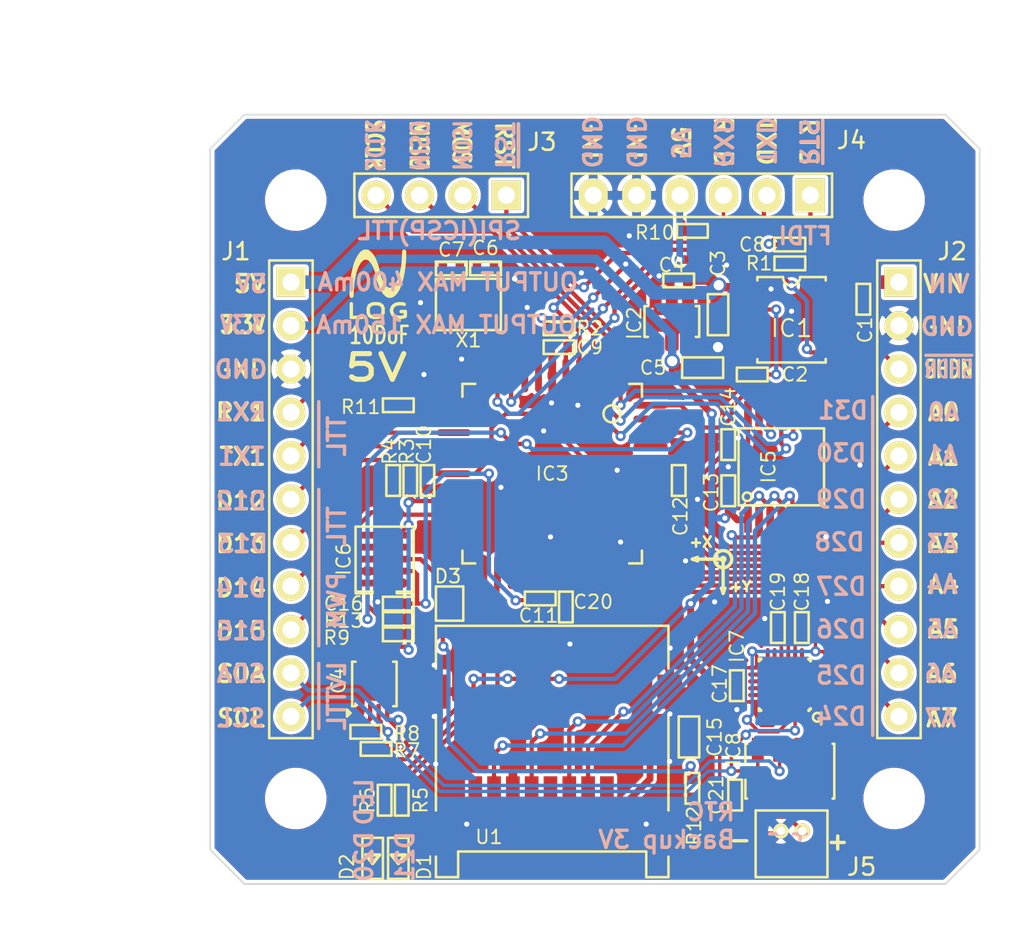
<source format=kicad_pcb>
(kicad_pcb (version 4) (host pcbnew 4.0.7)
  (title_block (title logger_core_9DOF) (date 2016-03-13) (rev B) (company "Kent Nakazawa (Kent_n@outlook.com)"))
  (layers (0 F.Cu signal) (31 B.Cu signal) (34 B.Paste user hide) (35 F.Paste user hide) (36 B.SilkS user) (37 F.SilkS user) (38 B.Mask user) (39 F.Mask user) (44 Edge.Cuts user))
  (net 0 "")
  (net 1 GND)
  (net 2 /~RST)
  (net 3 /~PROG)
  (net 4 /VIN)
  (net 5 +5V)
  (net 6 +3.3V)
  (net 7 /A0)
  (net 8 "Net-(C19-Pad1)")
  (net 9 /MOSI)
  (net 10 /MISO)
  (net 11 /SCLK)
  (net 12 /RX0)
  (net 13 /TX0)
  (net 14 /RX1)
  (net 15 /TX1)
  (net 16 /D12p)
  (net 17 /D13p)
  (net 18 /D14p)
  (net 19 /D15p)
  (net 20 /SCL)
  (net 21 /SDA)
  (net 22 /D20)
  (net 23 /D21)
  (net 24 /A7)
  (net 25 /A6)
  (net 26 /A5)
  (net 27 /A4)
  (net 28 /A3)
  (net 29 /A2)
  (net 30 /A1)
  (net 31 /INT)
  (net 32 /~SS)
  (net 33 /EN)
  (net 34 /~SS3V3)
  (net 35 /MOSI3V3)
  (net 36 /SCLK3V3)
  (net 37 /MISO3V3)
  (net 38 /SCL3V3)
  (net 39 /SDA3V3)
  (net 40 "Net-(J1-Pad5)")
  (net 41 "Net-(C6-Pad1)")
  (net 42 "Net-(C7-Pad1)")
  (net 43 "Net-(IC4-Pad7)")
  (net 44 "Net-(C2-Pad2)")
  (net 45 "Net-(C20-Pad1)")
  (net 46 "Net-(D3-Pad1)")
  (net 47 "Net-(D3-Pad3)")
  (net 48 "Net-(J5-Pad1)")
  (net 49 "Net-(D1-Pad1)")
  (net 50 "Net-(D2-Pad1)")
  (net 51 "Net-(IC2-Pad4)")
  (net 52 /D18)
  (net 53 /D19)
  (net 54 /D22)
  (net 55 /D23)
  (net 56 /D0)
  (net 57 /D1)
  (net 58 /D3pwm)
  (net 59 "Net-(IC5-Pad6)")
  (net 60 "Net-(IC5-Pad9)")
  (net 61 "Net-(IC6-Pad4)")
  (net 62 "Net-(IC6-Pad6)")
  (net 63 "Net-(IC6-Pad8)")
  (net 64 "Net-(IC7-Pad2)")
  (net 65 "Net-(IC7-Pad3)")
  (net 66 "Net-(IC7-Pad4)")
  (net 67 "Net-(IC7-Pad5)")
  (net 68 "Net-(IC7-Pad6)")
  (net 69 "Net-(IC7-Pad7)")
  (net 70 "Net-(IC7-Pad11)")
  (net 71 "Net-(IC7-Pad12)")
  (net 72 "Net-(IC7-Pad14)")
  (net 73 "Net-(IC7-Pad15)")
  (net 74 "Net-(IC7-Pad16)")
  (net 75 "Net-(IC7-Pad17)")
  (net 76 "Net-(IC7-Pad19)")
  (net 77 "Net-(IC7-Pad21)")
  (net 78 "Net-(IC8-Pad6)")
  (net 79 "Net-(U1-Pad1)")
  (net 80 "Net-(U1-Pad8)")
  (module QFP_QFN:QFN24 (layer F.Cu) (at 161.107888 110.849264 180)
    (fp_text reference IC7 (at 2.807888 2.249264 270) (layer F.SilkS) (effects (font (size 0.8 0.8) (thickness 0.11))))
    (fp_text value MPU-9250)
    (pad 1 smd oval (at -1.65 -1 180) (size 1 0.24) (layers F.Cu F.Paste F.Mask) (net 6 +3.3V))
    (pad 2 smd oval (at -1.65 -0.6 180) (size 1 0.24) (layers F.Cu F.Paste F.Mask) (net 64 "Net-(IC7-Pad2)"))
    (pad 3 smd oval (at -1.65 -0.2 180) (size 1 0.24) (layers F.Cu F.Paste F.Mask) (net 65 "Net-(IC7-Pad3)"))
    (pad 4 smd oval (at -1.65 0.2 180) (size 1 0.24) (layers F.Cu F.Paste F.Mask) (net 66 "Net-(IC7-Pad4)"))
    (pad 5 smd oval (at -1.65 0.6 180) (size 1 0.24) (layers F.Cu F.Paste F.Mask) (net 67 "Net-(IC7-Pad5)"))
    (pad 6 smd oval (at -1.65 1 180) (size 1 0.24) (layers F.Cu F.Paste F.Mask) (net 68 "Net-(IC7-Pad6)"))
    (pad 7 smd oval (at -1 1.65 180) (size 0.24 1) (layers F.Cu F.Paste F.Mask) (net 69 "Net-(IC7-Pad7)"))
    (pad 8 smd oval (at -0.6 1.65 180) (size 0.24 1) (layers F.Cu F.Paste F.Mask) (net 6 +3.3V))
    (pad 9 smd oval (at -0.2 1.65 180) (size 0.24 1) (layers F.Cu F.Paste F.Mask) (net 1 GND))
    (pad 10 smd oval (at 0.2 1.65 180) (size 0.24 1) (layers F.Cu F.Paste F.Mask) (net 8 "Net-(C19-Pad1)"))
    (pad 11 smd oval (at 0.6 1.65 180) (size 0.24 1) (layers F.Cu F.Paste F.Mask) (net 70 "Net-(IC7-Pad11)"))
    (pad 12 smd oval (at 1 1.65 180) (size 0.24 1) (layers F.Cu F.Paste F.Mask) (net 71 "Net-(IC7-Pad12)"))
    (pad 13 smd oval (at 1.65 1 180) (size 1 0.24) (layers F.Cu F.Paste F.Mask) (net 6 +3.3V))
    (pad 14 smd oval (at 1.65 0.6 180) (size 1 0.24) (layers F.Cu F.Paste F.Mask) (net 72 "Net-(IC7-Pad14)"))
    (pad 15 smd oval (at 1.65 0.2 180) (size 1 0.24) (layers F.Cu F.Paste F.Mask) (net 73 "Net-(IC7-Pad15)"))
    (pad 16 smd oval (at 1.65 -0.2 180) (size 1 0.24) (layers F.Cu F.Paste F.Mask) (net 74 "Net-(IC7-Pad16)"))
    (pad 17 smd oval (at 1.65 -0.6 180) (size 1 0.24) (layers F.Cu F.Paste F.Mask) (net 75 "Net-(IC7-Pad17)"))
    (pad 18 smd oval (at 1.65 -1 180) (size 1 0.24) (layers F.Cu F.Paste F.Mask) (net 1 GND))
    (pad 19 smd oval (at 1 -1.65 180) (size 0.24 1) (layers F.Cu F.Paste F.Mask) (net 76 "Net-(IC7-Pad19)"))
    (pad 20 smd oval (at 0.6 -1.65 180) (size 0.24 1) (layers F.Cu F.Paste F.Mask) (net 1 GND))
    (pad 21 smd oval (at 0.2 -1.65 180) (size 0.24 1) (layers F.Cu F.Paste F.Mask) (net 77 "Net-(IC7-Pad21)"))
    (pad 22 smd oval (at -0.2 -1.65 180) (size 0.24 1) (layers F.Cu F.Paste F.Mask) (net 6 +3.3V))
    (pad 23 smd oval (at -0.6 -1.65 180) (size 0.24 1) (layers F.Cu F.Paste F.Mask) (net 38 /SCL3V3))
    (pad 24 smd oval (at -1 -1.65 180) (size 0.24 1) (layers F.Cu F.Paste F.Mask) (net 39 /SDA3V3))
  )
  (module SOCKET:microSD_hinge (layer F.Cu) (at 147.5 116.2)
    (fp_text reference U1 (at -3.7 3.55) (layer F.SilkS) (effects (font (size 0.8 0.8) (thickness 0.11))))
    (fp_text value microSD_hinge)
    (pad 1 smd rect (at 3.2 0.75) (size 0.8 1.5) (layers F.Cu F.Paste F.Mask) (net 79 "Net-(U1-Pad1)"))
    (pad 2 smd rect (at 2.1 0.75) (size 0.8 1.5) (layers F.Cu F.Paste F.Mask) (net 34 /~SS3V3))
    (pad 3 smd rect (at 1 0.75) (size 0.8 1.5) (layers F.Cu F.Paste F.Mask) (net 35 /MOSI3V3))
    (pad 4 smd rect (at -0.1 0.75) (size 0.8 1.5) (layers F.Cu F.Paste F.Mask) (net 6 +3.3V))
    (pad 5 smd rect (at -1.2 0.75) (size 0.8 1.5) (layers F.Cu F.Paste F.Mask) (net 36 /SCLK3V3))
    (pad 6 smd rect (at -2.3 0.75) (size 0.8 1.5) (layers F.Cu F.Paste F.Mask) (net 1 GND))
    (pad 7 smd rect (at -3.4 0.75) (size 0.8 1.5) (layers F.Cu F.Paste F.Mask) (net 37 /MISO3V3))
    (pad 8 smd rect (at -4.5 0.75) (size 0.8 1.5) (layers F.Cu F.Paste F.Mask) (net 80 "Net-(U1-Pad8)"))
    (pad 9 smd rect (at 6.875 -4.95) (size 1.45 2) (layers F.Cu F.Paste F.Mask) (net 1 GND))
    (pad 10 smd rect (at 6.875 3.35) (size 1.45 2) (layers F.Cu F.Paste F.Mask) (net 1 GND))
    (pad 11 smd rect (at -6.875 3.35) (size 1.45 2) (layers F.Cu F.Paste F.Mask) (net 1 GND))
    (pad 12 smd rect (at -6.875 -4.95) (size 1.45 2) (layers F.Cu F.Paste F.Mask) (net 1 GND))
  )
  (module EIA:0402 (layer F.Cu) (at 165.7 88.3 270)
    (fp_text reference C1 (at 1.8 -0.1 270) (layer F.SilkS) (effects (font (size 0.8 0.8) (thickness 0.11))))
    (fp_text value 1u hide)
    (pad 1 smd rect (at -0.5 0 270) (size 0.5 0.6) (layers F.Cu F.Paste F.Mask) (net 4 /VIN))
    (pad 2 smd rect (at 0.5 0 270) (size 0.5 0.6) (layers F.Cu F.Paste F.Mask) (net 1 GND))
  )
  (module EIA:0402 (layer F.Cu) (at 159.2 92.7 180)
    (fp_text reference C2 (at -2.5 0 180) (layer F.SilkS) (effects (font (size 0.8 0.8) (thickness 0.11))))
    (fp_text value 0.01u hide)
    (pad 1 smd rect (at -0.5 0 180) (size 0.5 0.6) (layers F.Cu F.Paste F.Mask) (net 5 +5V))
    (pad 2 smd rect (at 0.5 0 180) (size 0.5 0.6) (layers F.Cu F.Paste F.Mask) (net 44 "Net-(C2-Pad2)"))
  )
  (module EIA:0603 (layer F.Cu) (at 157.2 89.2 270)
    (fp_text reference C3 (at -3 0 270) (layer F.SilkS) (effects (font (size 0.8 0.8) (thickness 0.11))))
    (fp_text value 10u hide)
    (pad 1 smd trapezoid (at -0.8 0 270) (size 0.6 0.9) (layers F.Cu F.Paste F.Mask) (net 5 +5V))
    (pad 2 smd trapezoid (at 0.8 0 270) (size 0.6 0.9) (layers F.Cu F.Paste F.Mask) (net 1 GND))
  )
  (module EIA:0402 (layer F.Cu) (at 154.9 87.2 180)
    (fp_text reference C4 (at 0.4 0.9 180) (layer F.SilkS) (effects (font (size 0.8 0.8) (thickness 0.11))))
    (fp_text value 0.1u hide)
    (pad 1 smd rect (at -0.5 0 180) (size 0.5 0.6) (layers F.Cu F.Paste F.Mask) (net 5 +5V))
    (pad 2 smd rect (at 0.5 0 180) (size 0.5 0.6) (layers F.Cu F.Paste F.Mask) (net 1 GND))
  )
  (module EIA:0603 (layer F.Cu) (at 156.3 92.3)
    (fp_text reference C5 (at -2.9 0) (layer F.SilkS) (effects (font (size 0.8 0.8) (thickness 0.11))))
    (fp_text value 4.7u hide)
    (pad 1 smd trapezoid (at -0.8 0) (size 0.6 0.9) (layers F.Cu F.Paste F.Mask) (net 6 +3.3V))
    (pad 2 smd trapezoid (at 0.8 0) (size 0.6 0.9) (layers F.Cu F.Paste F.Mask) (net 1 GND))
  )
  (module EIA:0402 (layer F.Cu) (at 143.6 86.5 180)
    (fp_text reference C6 (at 0 1.2 180) (layer F.SilkS) (effects (font (size 0.8 0.8) (thickness 0.11))))
    (fp_text value 15p hide)
    (pad 1 smd rect (at -0.5 0 180) (size 0.5 0.6) (layers F.Cu F.Paste F.Mask) (net 41 "Net-(C6-Pad1)"))
    (pad 2 smd rect (at 0.5 0 180) (size 0.5 0.6) (layers F.Cu F.Paste F.Mask) (net 1 GND))
  )
  (module EIA:0402 (layer F.Cu) (at 141.6 86.5)
    (fp_text reference C7 (at 0 -1.1) (layer F.SilkS) (effects (font (size 0.8 0.8) (thickness 0.11))))
    (fp_text value 15p hide)
    (pad 1 smd rect (at -0.5 0) (size 0.5 0.6) (layers F.Cu F.Paste F.Mask) (net 42 "Net-(C7-Pad1)"))
    (pad 2 smd rect (at 0.5 0) (size 0.5 0.6) (layers F.Cu F.Paste F.Mask) (net 1 GND))
  )
  (module EIA:0402 (layer F.Cu) (at 161.4 85.1)
    (fp_text reference C8 (at -2.2 0) (layer F.SilkS) (effects (font (size 0.8 0.8) (thickness 0.11))))
    (fp_text value 0.1u hide)
    (pad 1 smd rect (at -0.5 0) (size 0.5 0.6) (layers F.Cu F.Paste F.Mask) (net 2 /~RST))
    (pad 2 smd rect (at 0.5 0) (size 0.5 0.6) (layers F.Cu F.Paste F.Mask) (net 3 /~PROG))
  )
  (module EIA:0402 (layer F.Cu) (at 147.9 91.1 180)
    (fp_text reference C9 (at -1.8 0 180) (layer F.SilkS) (effects (font (size 0.8 0.8) (thickness 0.11))))
    (fp_text value 0.1u hide)
    (pad 1 smd rect (at -0.5 0 180) (size 0.5 0.6) (layers F.Cu F.Paste F.Mask) (net 5 +5V))
    (pad 2 smd rect (at 0.5 0 180) (size 0.5 0.6) (layers F.Cu F.Paste F.Mask) (net 1 GND))
  )
  (module EIA:0402 (layer F.Cu) (at 140.2 98.9 270)
    (fp_text reference C10 (at -2.1 0.2 270) (layer F.SilkS) (effects (font (size 0.8 0.8) (thickness 0.11))))
    (fp_text value 0.1u hide)
    (pad 1 smd rect (at -0.5 0 270) (size 0.5 0.6) (layers F.Cu F.Paste F.Mask) (net 5 +5V))
    (pad 2 smd rect (at 0.5 0 270) (size 0.5 0.6) (layers F.Cu F.Paste F.Mask) (net 1 GND))
  )
  (module EIA:0402 (layer F.Cu) (at 146.8 105.8)
    (fp_text reference C11 (at -0.1 1) (layer F.SilkS) (effects (font (size 0.8 0.8) (thickness 0.11))))
    (fp_text value 0.1u hide)
    (pad 1 smd rect (at -0.5 0) (size 0.5 0.6) (layers F.Cu F.Paste F.Mask) (net 5 +5V))
    (pad 2 smd rect (at 0.5 0) (size 0.5 0.6) (layers F.Cu F.Paste F.Mask) (net 1 GND))
  )
  (module EIA:0402 (layer F.Cu) (at 154.9 98.9 90)
    (fp_text reference C12 (at -2.1 0.1 90) (layer F.SilkS) (effects (font (size 0.8 0.8) (thickness 0.11))))
    (fp_text value 0.1u hide)
    (pad 1 smd rect (at -0.5 0 90) (size 0.5 0.6) (layers F.Cu F.Paste F.Mask) (net 5 +5V))
    (pad 2 smd rect (at 0.5 0 90) (size 0.5 0.6) (layers F.Cu F.Paste F.Mask) (net 1 GND))
  )
  (module EIA:0402 (layer F.Cu) (at 157.8 99.5 90)
    (fp_text reference C13 (at -0.1 -1 90) (layer F.SilkS) (effects (font (size 0.8 0.8) (thickness 0.11))))
    (fp_text value 0.1u hide)
    (pad 1 smd rect (at -0.5 0 90) (size 0.5 0.6) (layers F.Cu F.Paste F.Mask) (net 6 +3.3V))
    (pad 2 smd rect (at 0.5 0 90) (size 0.5 0.6) (layers F.Cu F.Paste F.Mask) (net 1 GND))
  )
  (module EIA:0402 (layer F.Cu) (at 157.8 96.8 90)
    (fp_text reference C14 (at 2.2 0 90) (layer F.SilkS) (effects (font (size 0.8 0.8) (thickness 0.11))))
    (fp_text value 0.1u hide)
    (pad 1 smd rect (at -0.5 0 90) (size 0.5 0.6) (layers F.Cu F.Paste F.Mask) (net 5 +5V))
    (pad 2 smd rect (at 0.5 0 90) (size 0.5 0.6) (layers F.Cu F.Paste F.Mask) (net 1 GND))
  )
  (module EIA:0603 (layer F.Cu) (at 155.5 113.9 90)
    (fp_text reference C15 (at 0 1.5 90) (layer F.SilkS) (effects (font (size 0.8 0.8) (thickness 0.11))))
    (fp_text value 4.7u hide)
    (pad 1 smd trapezoid (at -0.8 0 90) (size 0.6 0.9) (layers F.Cu F.Paste F.Mask) (net 6 +3.3V))
    (pad 2 smd trapezoid (at 0.8 0 90) (size 0.6 0.9) (layers F.Cu F.Paste F.Mask) (net 1 GND))
  )
  (module EIA:0402 (layer F.Cu) (at 138.5 106.1 180)
    (fp_text reference C16 (at 3.2 0 180) (layer F.SilkS) (effects (font (size 0.8 0.8) (thickness 0.11))))
    (fp_text value 0.1u hide)
    (pad 1 smd rect (at -0.5 0 180) (size 0.5 0.6) (layers F.Cu F.Paste F.Mask) (net 5 +5V))
    (pad 2 smd rect (at 0.5 0 180) (size 0.5 0.6) (layers F.Cu F.Paste F.Mask) (net 1 GND))
  )
  (module EIA:0402 (layer F.Cu) (at 158.3 110.9 270)
    (fp_text reference C17 (at -0.1 1 270) (layer F.SilkS) (effects (font (size 0.8 0.8) (thickness 0.11))))
    (fp_text value 0.01u hide)
    (pad 1 smd rect (at -0.5 0 270) (size 0.5 0.6) (layers F.Cu F.Paste F.Mask) (net 6 +3.3V))
    (pad 2 smd rect (at 0.5 0 270) (size 0.5 0.6) (layers F.Cu F.Paste F.Mask) (net 1 GND))
  )
  (module EIA:0402 (layer F.Cu) (at 162.1 107.5 90)
    (fp_text reference C18 (at 2.1 0 90) (layer F.SilkS) (effects (font (size 0.8 0.8) (thickness 0.11))))
    (fp_text value 0.1u hide)
    (pad 1 smd rect (at -0.5 0 90) (size 0.5 0.6) (layers F.Cu F.Paste F.Mask) (net 6 +3.3V))
    (pad 2 smd rect (at 0.5 0 90) (size 0.5 0.6) (layers F.Cu F.Paste F.Mask) (net 1 GND))
  )
  (module EIA:0402 (layer F.Cu) (at 160.7 107.5 90)
    (fp_text reference C19 (at 2.1 0 90) (layer F.SilkS) (effects (font (size 0.8 0.8) (thickness 0.11))))
    (fp_text value 0.1u hide)
    (pad 1 smd rect (at -0.5 0 90) (size 0.5 0.6) (layers F.Cu F.Paste F.Mask) (net 8 "Net-(C19-Pad1)"))
    (pad 2 smd rect (at 0.5 0 90) (size 0.5 0.6) (layers F.Cu F.Paste F.Mask) (net 1 GND))
  )
  (module TI:SOT-25 (layer F.Cu) (at 154.5 89.6 180)
    (fp_text reference IC2 (at 2.2 -0.1 270) (layer F.SilkS) (effects (font (size 0.8 0.8) (thickness 0.11))))
    (fp_text value LDO_5)
    (pad 1 smd rect (at -0.95 1.3 180) (size 0.7 1) (layers F.Cu F.Paste F.Mask) (net 5 +5V))
    (pad 2 smd rect (at 0 1.3 180) (size 0.7 1) (layers F.Cu F.Paste F.Mask) (net 1 GND))
    (pad 3 smd rect (at 0.95 1.3 180) (size 0.7 1) (layers F.Cu F.Paste F.Mask) (net 5 +5V))
    (pad 4 smd rect (at 0.95 -1.3 180) (size 0.7 1) (layers F.Cu F.Paste F.Mask) (net 51 "Net-(IC2-Pad4)"))
    (pad 5 smd rect (at -0.95 -1.3 180) (size 0.7 1) (layers F.Cu F.Paste F.Mask) (net 6 +3.3V))
  )
  (module QFP_QFN:TQFP_44 (layer F.Cu) (at 147.5 98.5 270)
    (fp_text reference IC3 (at 0 0 360) (layer F.SilkS) (effects (font (size 0.8 0.8) (thickness 0.11))))
    (fp_text value ATMEGA644PA-A)
    (pad 1 smd oval (at -5.75 -4) (size 0.4 2) (layers F.Cu F.Paste F.Mask) (net 9 /MOSI))
    (pad 2 smd oval (at -5.75 -3.2) (size 0.4 2) (layers F.Cu F.Paste F.Mask) (net 10 /MISO))
    (pad 3 smd oval (at -5.75 -2.4) (size 0.4 2) (layers F.Cu F.Paste F.Mask) (net 11 /SCLK))
    (pad 4 smd oval (at -5.75 -1.6) (size 0.4 2) (layers F.Cu F.Paste F.Mask) (net 2 /~RST))
    (pad 5 smd oval (at -5.75 -0.8) (size 0.4 2) (layers F.Cu F.Paste F.Mask) (net 5 +5V))
    (pad 6 smd oval (at -5.75 0) (size 0.4 2) (layers F.Cu F.Paste F.Mask) (net 1 GND))
    (pad 7 smd oval (at -5.75 0.8) (size 0.4 2) (layers F.Cu F.Paste F.Mask) (net 41 "Net-(C6-Pad1)"))
    (pad 8 smd oval (at -5.75 1.6) (size 0.4 2) (layers F.Cu F.Paste F.Mask) (net 42 "Net-(C7-Pad1)"))
    (pad 9 smd oval (at -5.75 2.4) (size 0.4 2) (layers F.Cu F.Paste F.Mask) (net 12 /RX0))
    (pad 10 smd oval (at -5.75 3.2) (size 0.4 2) (layers F.Cu F.Paste F.Mask) (net 13 /TX0))
    (pad 11 smd oval (at -5.75 4) (size 0.4 2) (layers F.Cu F.Paste F.Mask) (net 14 /RX1))
    (pad 12 smd oval (at -4 5.75 270) (size 0.4 2) (layers F.Cu F.Paste F.Mask) (net 15 /TX1))
    (pad 13 smd oval (at -3.2 5.75 270) (size 0.4 2) (layers F.Cu F.Paste F.Mask) (net 16 /D12p))
    (pad 14 smd oval (at -2.4 5.75 270) (size 0.4 2) (layers F.Cu F.Paste F.Mask) (net 17 /D13p))
    (pad 15 smd oval (at -1.6 5.75 270) (size 0.4 2) (layers F.Cu F.Paste F.Mask) (net 18 /D14p))
    (pad 16 smd oval (at -0.8 5.75 270) (size 0.4 2) (layers F.Cu F.Paste F.Mask) (net 19 /D15p))
    (pad 17 smd oval (at 0 5.75 270) (size 0.4 2) (layers F.Cu F.Paste F.Mask) (net 5 +5V))
    (pad 18 smd oval (at 0.8 5.75 270) (size 0.4 2) (layers F.Cu F.Paste F.Mask) (net 1 GND))
    (pad 19 smd oval (at 1.6 5.75 270) (size 0.4 2) (layers F.Cu F.Paste F.Mask) (net 20 /SCL))
    (pad 20 smd oval (at 2.4 5.75 270) (size 0.4 2) (layers F.Cu F.Paste F.Mask) (net 21 /SDA))
    (pad 21 smd oval (at 3.2 5.75 270) (size 0.4 2) (layers F.Cu F.Paste F.Mask) (net 52 /D18))
    (pad 22 smd oval (at 4 5.75 270) (size 0.4 2) (layers F.Cu F.Paste F.Mask) (net 53 /D19))
    (pad 23 smd oval (at 5.75 4) (size 0.4 2) (layers F.Cu F.Paste F.Mask) (net 22 /D20))
    (pad 24 smd oval (at 5.75 3.2) (size 0.4 2) (layers F.Cu F.Paste F.Mask) (net 23 /D21))
    (pad 25 smd oval (at 5.75 2.4) (size 0.4 2) (layers F.Cu F.Paste F.Mask) (net 54 /D22))
    (pad 26 smd oval (at 5.75 1.6) (size 0.4 2) (layers F.Cu F.Paste F.Mask) (net 55 /D23))
    (pad 27 smd oval (at 5.75 0.8) (size 0.4 2) (layers F.Cu F.Paste F.Mask) (net 5 +5V))
    (pad 28 smd oval (at 5.75 0) (size 0.4 2) (layers F.Cu F.Paste F.Mask) (net 1 GND))
    (pad 29 smd oval (at 5.75 -0.8) (size 0.4 2) (layers F.Cu F.Paste F.Mask) (net 45 "Net-(C20-Pad1)"))
    (pad 30 smd oval (at 5.75 -1.6) (size 0.4 2) (layers F.Cu F.Paste F.Mask) (net 24 /A7))
    (pad 31 smd oval (at 5.75 -2.4) (size 0.4 2) (layers F.Cu F.Paste F.Mask) (net 25 /A6))
    (pad 32 smd oval (at 5.75 -3.2) (size 0.4 2) (layers F.Cu F.Paste F.Mask) (net 26 /A5))
    (pad 33 smd oval (at 5.75 -4) (size 0.4 2) (layers F.Cu F.Paste F.Mask) (net 27 /A4))
    (pad 34 smd oval (at 4 -5.75 270) (size 0.4 2) (layers F.Cu F.Paste F.Mask) (net 28 /A3))
    (pad 35 smd oval (at 3.2 -5.75 270) (size 0.4 2) (layers F.Cu F.Paste F.Mask) (net 29 /A2))
    (pad 36 smd oval (at 2.4 -5.75 270) (size 0.4 2) (layers F.Cu F.Paste F.Mask) (net 30 /A1))
    (pad 37 smd oval (at 1.6 -5.75 270) (size 0.4 2) (layers F.Cu F.Paste F.Mask) (net 7 /A0))
    (pad 38 smd oval (at 0.8 -5.75 270) (size 0.4 2) (layers F.Cu F.Paste F.Mask) (net 5 +5V))
    (pad 39 smd oval (at 0 -5.75 270) (size 0.4 2) (layers F.Cu F.Paste F.Mask) (net 1 GND))
    (pad 40 smd oval (at -0.8 -5.75 270) (size 0.4 2) (layers F.Cu F.Paste F.Mask) (net 56 /D0))
    (pad 41 smd oval (at -1.6 -5.75 270) (size 0.4 2) (layers F.Cu F.Paste F.Mask) (net 57 /D1))
    (pad 42 smd oval (at -2.4 -5.75 270) (size 0.4 2) (layers F.Cu F.Paste F.Mask) (net 31 /INT))
    (pad 43 smd oval (at -3.2 -5.75 270) (size 0.4 2) (layers F.Cu F.Paste F.Mask) (net 58 /D3pwm))
    (pad 44 smd oval (at -4 -5.75 270) (size 0.4 2) (layers F.Cu F.Paste F.Mask) (net 32 /~SS))
  )
  (module TI:DCU-8 (layer F.Cu) (at 137.1 110.8)
    (fp_text reference IC4 (at -2.1 0 90) (layer F.SilkS) (effects (font (size 0.8 0.8) (thickness 0.11))))
    (fp_text value PCA9306)
    (pad 8 smd rect (at -0.75 -1.55) (size 0.25 0.75) (layers F.Cu F.Paste F.Mask) (net 43 "Net-(IC4-Pad7)"))
    (pad 1 smd rect (at -0.75 1.55) (size 0.25 0.75) (layers F.Cu F.Paste F.Mask) (net 1 GND))
    (pad 7 smd rect (at -0.25 -1.55) (size 0.25 0.75) (layers F.Cu F.Paste F.Mask) (net 43 "Net-(IC4-Pad7)"))
    (pad 2 smd rect (at -0.25 1.55) (size 0.25 0.75) (layers F.Cu F.Paste F.Mask) (net 6 +3.3V))
    (pad 6 smd rect (at 0.25 -1.55) (size 0.25 0.75) (layers F.Cu F.Paste F.Mask) (net 20 /SCL))
    (pad 3 smd rect (at 0.25 1.55) (size 0.25 0.75) (layers F.Cu F.Paste F.Mask) (net 38 /SCL3V3))
    (pad 5 smd rect (at 0.75 -1.55) (size 0.25 0.75) (layers F.Cu F.Paste F.Mask) (net 21 /SDA))
    (pad 4 smd rect (at 0.75 1.55) (size 0.25 0.75) (layers F.Cu F.Paste F.Mask) (net 39 /SDA3V3))
  )
  (module TI:TSSOP14 (layer F.Cu) (at 160.9 98.1 90)
    (fp_text reference IC5 (at 0 -0.75 90) (layer F.SilkS) (effects (font (size 0.8 0.8) (thickness 0.11))))
    (fp_text value TXB0104)
    (pad 1 smd rect (at -3.1 -1.95 90) (size 1.5 0.45) (layers F.Cu F.Paste F.Mask) (net 6 +3.3V))
    (pad 2 smd rect (at -3.1 -1.3 90) (size 1.5 0.45) (layers F.Cu F.Paste F.Mask) (net 34 /~SS3V3))
    (pad 3 smd rect (at -3.1 -0.65 90) (size 1.5 0.45) (layers F.Cu F.Paste F.Mask) (net 35 /MOSI3V3))
    (pad 4 smd rect (at -3.1 0 90) (size 1.5 0.45) (layers F.Cu F.Paste F.Mask) (net 36 /SCLK3V3))
    (pad 5 smd rect (at -3.1 0.65 90) (size 1.5 0.45) (layers F.Cu F.Paste F.Mask) (net 37 /MISO3V3))
    (pad 6 smd rect (at -3.1 1.3 90) (size 1.5 0.45) (layers F.Cu F.Paste F.Mask) (net 59 "Net-(IC5-Pad6)"))
    (pad 7 smd rect (at -3.1 1.95 90) (size 1.5 0.45) (layers F.Cu F.Paste F.Mask) (net 1 GND))
    (pad 8 smd rect (at 3.1 1.95 90) (size 1.5 0.45) (layers F.Cu F.Paste F.Mask) (net 6 +3.3V))
    (pad 9 smd rect (at 3.1 1.3 90) (size 1.5 0.45) (layers F.Cu F.Paste F.Mask) (net 60 "Net-(IC5-Pad9)"))
    (pad 10 smd rect (at 3.1 0.65 90) (size 1.5 0.45) (layers F.Cu F.Paste F.Mask) (net 10 /MISO))
    (pad 11 smd rect (at 3.1 0 90) (size 1.5 0.45) (layers F.Cu F.Paste F.Mask) (net 11 /SCLK))
    (pad 12 smd rect (at 3.1 -0.65 90) (size 1.5 0.45) (layers F.Cu F.Paste F.Mask) (net 9 /MOSI))
    (pad 13 smd rect (at 3.1 -1.3 90) (size 1.5 0.45) (layers F.Cu F.Paste F.Mask) (net 32 /~SS))
    (pad 14 smd rect (at 3.1 -1.95 90) (size 1.5 0.45) (layers F.Cu F.Paste F.Mask) (net 5 +5V))
  )
  (module CRYSTAL:RX8900CE (layer F.Cu) (at 137.7 103.5 90)
    (fp_text reference IC6 (at 0 -2.4 90) (layer F.SilkS) (effects (font (size 0.8 0.8) (thickness 0.11))))
    (fp_text value RX8900CE)
    (pad 1 smd rect (at -1.4 1 90) (size 0.4 0.9) (layers F.Cu F.Paste F.Mask) (net 1 GND))
    (pad 2 smd rect (at -0.7 1 90) (size 0.4 0.9) (layers F.Cu F.Paste F.Mask) (net 5 +5V))
    (pad 3 smd rect (at 0 1 90) (size 0.4 0.9) (layers F.Cu F.Paste F.Mask) (net 47 "Net-(D3-Pad3)"))
    (pad 4 smd rect (at 0.7 1 90) (size 0.4 0.9) (layers F.Cu F.Paste F.Mask) (net 61 "Net-(IC6-Pad4)"))
    (pad 5 smd rect (at 1.4 1 90) (size 0.4 0.9) (layers F.Cu F.Paste F.Mask) (net 20 /SCL))
    (pad 6 smd rect (at 1.4 -1 90) (size 0.4 0.9) (layers F.Cu F.Paste F.Mask) (net 62 "Net-(IC6-Pad6)"))
    (pad 7 smd rect (at 0.7 -1 90) (size 0.4 0.9) (layers F.Cu F.Paste F.Mask) (net 21 /SDA))
    (pad 8 smd rect (at 0 -1 90) (size 0.4 0.9) (layers F.Cu F.Paste F.Mask) (net 63 "Net-(IC6-Pad8)"))
    (pad 9 smd rect (at -0.7 -1 90) (size 0.4 0.9) (layers F.Cu F.Paste F.Mask) (net 1 GND))
    (pad 10 smd rect (at -1.4 -1 90) (size 0.4 0.9) (layers F.Cu F.Paste F.Mask) (net 31 /INT))
  )
  (module EIA:0402 (layer F.Cu) (at 161.4 86.2 180)
    (fp_text reference R1 (at 1.8 0 180) (layer F.SilkS) (effects (font (size 0.8 0.8) (thickness 0.11))))
    (fp_text value 10k hide)
    (pad 1 smd rect (at -0.5 0 180) (size 0.5 0.6) (layers F.Cu F.Paste F.Mask) (net 4 /VIN))
    (pad 2 smd rect (at 0.5 0 180) (size 0.5 0.6) (layers F.Cu F.Paste F.Mask) (net 33 /EN))
  )
  (module EIA:0402 (layer F.Cu) (at 147.9 90)
    (fp_text reference R2 (at 1.8 0) (layer F.SilkS) (effects (font (size 0.8 0.8) (thickness 0.11))))
    (fp_text value 10k hide)
    (pad 1 smd rect (at -0.5 0) (size 0.5 0.6) (layers F.Cu F.Paste F.Mask) (net 5 +5V))
    (pad 2 smd rect (at 0.5 0) (size 0.5 0.6) (layers F.Cu F.Paste F.Mask) (net 2 /~RST))
  )
  (module EIA:0402 (layer F.Cu) (at 139.2 98.9 270)
    (fp_text reference R3 (at -1.7 0.2 270) (layer F.SilkS) (effects (font (size 0.8 0.8) (thickness 0.11))))
    (fp_text value 3.3k hide)
    (pad 1 smd rect (at -0.5 0 270) (size 0.5 0.6) (layers F.Cu F.Paste F.Mask) (net 5 +5V))
    (pad 2 smd rect (at 0.5 0 270) (size 0.5 0.6) (layers F.Cu F.Paste F.Mask) (net 20 /SCL))
  )
  (module EIA:0402 (layer F.Cu) (at 138.2 98.9 270)
    (fp_text reference R4 (at -1.7 0.2 270) (layer F.SilkS) (effects (font (size 0.8 0.8) (thickness 0.11))))
    (fp_text value 3.3k hide)
    (pad 1 smd rect (at -0.5 0 270) (size 0.5 0.6) (layers F.Cu F.Paste F.Mask) (net 5 +5V))
    (pad 2 smd rect (at 0.5 0 270) (size 0.5 0.6) (layers F.Cu F.Paste F.Mask) (net 21 /SDA))
  )
  (module EIA:0402 (layer F.Cu) (at 138.7 117.6 270)
    (fp_text reference R5 (at 0 -1.1 270) (layer F.SilkS) (effects (font (size 0.8 0.8) (thickness 0.11))))
    (fp_text value 3.3k hide)
    (pad 1 smd rect (at -0.5 0 270) (size 0.5 0.6) (layers F.Cu F.Paste F.Mask) (net 23 /D21))
    (pad 2 smd rect (at 0.5 0 270) (size 0.5 0.6) (layers F.Cu F.Paste F.Mask) (net 49 "Net-(D1-Pad1)"))
  )
  (module EIA:0402 (layer F.Cu) (at 137.7 117.6 270)
    (fp_text reference R6 (at 0 1 270) (layer F.SilkS) (effects (font (size 0.8 0.8) (thickness 0.11))))
    (fp_text value 3.3k hide)
    (pad 1 smd rect (at -0.5 0 270) (size 0.5 0.6) (layers F.Cu F.Paste F.Mask) (net 22 /D20))
    (pad 2 smd rect (at 0.5 0 270) (size 0.5 0.6) (layers F.Cu F.Paste F.Mask) (net 50 "Net-(D2-Pad1)"))
  )
  (module EIA:0402 (layer F.Cu) (at 137.2 114.6)
    (fp_text reference R7 (at 1.8 0.1) (layer F.SilkS) (effects (font (size 0.8 0.8) (thickness 0.11))))
    (fp_text value 3.3k hide)
    (pad 1 smd rect (at -0.5 0) (size 0.5 0.6) (layers F.Cu F.Paste F.Mask) (net 6 +3.3V))
    (pad 2 smd rect (at 0.5 0) (size 0.5 0.6) (layers F.Cu F.Paste F.Mask) (net 39 /SDA3V3))
  )
  (module EIA:0402 (layer F.Cu) (at 136.6 113.6)
    (fp_text reference R8 (at 2.4 0.1) (layer F.SilkS) (effects (font (size 0.8 0.8) (thickness 0.11))))
    (fp_text value 3.3k hide)
    (pad 1 smd rect (at -0.5 0) (size 0.5 0.6) (layers F.Cu F.Paste F.Mask) (net 6 +3.3V))
    (pad 2 smd rect (at 0.5 0) (size 0.5 0.6) (layers F.Cu F.Paste F.Mask) (net 38 /SCL3V3))
  )
  (module EIA:0402 (layer F.Cu) (at 138.5 107.9 180)
    (fp_text reference R9 (at 3.6 -0.2 180) (layer F.SilkS) (effects (font (size 0.8 0.8) (thickness 0.11))))
    (fp_text value 200k hide)
    (pad 1 smd rect (at -0.5 0 180) (size 0.5 0.6) (layers F.Cu F.Paste F.Mask) (net 5 +5V))
    (pad 2 smd rect (at 0.5 0 180) (size 0.5 0.6) (layers F.Cu F.Paste F.Mask) (net 43 "Net-(IC4-Pad7)"))
  )
  (module EIA:0402 (layer F.Cu) (at 155.7 84.3)
    (fp_text reference R10 (at -2.2 0.1) (layer F.SilkS) (effects (font (size 0.8 0.8) (thickness 0.11))))
    (fp_text value 10k hide)
    (pad 1 smd rect (at -0.5 0) (size 0.5 0.6) (layers F.Cu F.Paste F.Mask) (net 5 +5V))
    (pad 2 smd rect (at 0.5 0) (size 0.5 0.6) (layers F.Cu F.Paste F.Mask) (net 12 /RX0))
  )
  (module EIA:0402 (layer F.Cu) (at 138.5 94.5)
    (fp_text reference R11 (at -2.2 0.1) (layer F.SilkS) (effects (font (size 0.8 0.8) (thickness 0.11))))
    (fp_text value 100 hide)
    (pad 1 smd rect (at -0.5 0) (size 0.5 0.6) (layers F.Cu F.Paste F.Mask) (net 40 "Net-(J1-Pad5)"))
    (pad 2 smd rect (at 0.5 0) (size 0.5 0.6) (layers F.Cu F.Paste F.Mask) (net 15 /TX1))
  )
  (module EIA:0402 (layer F.Cu) (at 155.7 116.9 90)
    (fp_text reference R12 (at -2.2 0.1 90) (layer F.SilkS) (effects (font (size 0.8 0.8) (thickness 0.11))))
    (fp_text value 1k hide)
    (pad 1 smd rect (at -0.5 0 90) (size 0.5 0.6) (layers F.Cu F.Paste F.Mask) (net 48 "Net-(J5-Pad1)"))
    (pad 2 smd rect (at 0.5 0 90) (size 0.5 0.6) (layers F.Cu F.Paste F.Mask) (net 46 "Net-(D3-Pad1)"))
  )
  (module EIA:0402 (layer F.Cu) (at 138.5 107 180)
    (fp_text reference R13 (at 3.2 -0.1 180) (layer F.SilkS) (effects (font (size 0.8 0.8) (thickness 0.11))))
    (fp_text value 10k hide)
    (pad 1 smd rect (at -0.5 0 180) (size 0.5 0.6) (layers F.Cu F.Paste F.Mask) (net 5 +5V))
    (pad 2 smd rect (at 0.5 0 180) (size 0.5 0.6) (layers F.Cu F.Paste F.Mask) (net 31 /INT))
  )
  (module TI:SO8 (layer F.Cu) (at 161.5 89.5)
    (fp_text reference IC1 (at 0 0.5) (layer F.SilkS) (effects (font (thickness 0.12))))
    (fp_text value LT1763-SO8)
    (pad 8 smd rect (at 2.7 -1.905 270) (size 0.6 1.55) (layers F.Cu F.Paste F.Mask) (net 4 /VIN))
    (pad 1 smd rect (at -2.7 -1.905 270) (size 0.6 1.55) (layers F.Cu F.Paste F.Mask) (net 5 +5V))
    (pad 2 smd rect (at -2.7 -0.635 270) (size 0.6 1.55) (layers F.Cu F.Paste F.Mask) (net 5 +5V))
    (pad 3 smd rect (at -2.7 0.635 270) (size 0.6 1.55) (layers F.Cu F.Paste F.Mask) (net 1 GND))
    (pad 4 smd rect (at -2.7 1.905 270) (size 0.6 1.55) (layers F.Cu F.Paste F.Mask) (net 44 "Net-(C2-Pad2)"))
    (pad 7 smd rect (at 2.7 -0.635 270) (size 0.6 1.55) (layers F.Cu F.Paste F.Mask) (net 1 GND))
    (pad 6 smd rect (at 2.7 0.635 270) (size 0.6 1.55) (layers F.Cu F.Paste F.Mask) (net 1 GND))
    (pad 5 smd rect (at 2.7 1.905 270) (size 0.6 1.55) (layers F.Cu F.Paste F.Mask) (net 33 /EN))
  )
  (module DRILL_HOLE:drill_M3 (layer F.Cu) (at 167.5 82.5)
    (fp_text reference Drill_M3 hide)
    (fp_text value H** hide)
    (pad "" np_thru_hole circle (at 0 0) (size 3.2 3.2) (drill 3.2) (layers *.Cu *.Mask F.SilkS))
  )
  (module DRILL_HOLE:drill_M3 (layer F.Cu) (at 132.5 82.5)
    (fp_text reference Drill_M3 hide)
    (fp_text value H** hide)
    (pad "" np_thru_hole circle (at 0 0) (size 3.2 3.2) (drill 3.2) (layers *.Cu *.Mask F.SilkS))
  )
  (module DRILL_HOLE:drill_M3 (layer F.Cu) (at 132.5 117.5)
    (fp_text reference Drill_M3 hide)
    (fp_text value H** hide)
    (pad "" np_thru_hole circle (at 0 0) (size 3.2 3.2) (drill 3.2) (layers *.Cu *.Mask F.SilkS))
  )
  (module DRILL_HOLE:drill_M3 (layer F.Cu) (at 167.5 117.5)
    (fp_text reference Drill_M3 hide)
    (fp_text value H** hide)
    (pad "" np_thru_hole circle (at 0 0) (size 3.2 3.2) (drill 3.2) (layers *.Cu *.Mask F.SilkS))
  )
  (module EIA:0402 (layer F.Cu) (at 148.3 106.3 270)
    (fp_text reference C20 (at -0.3 -1.6 360) (layer F.SilkS) (effects (font (size 0.8 0.8) (thickness 0.11))))
    (fp_text value 0.1u hide)
    (pad 1 smd rect (at -0.5 0 270) (size 0.5 0.6) (layers F.Cu F.Paste F.Mask) (net 45 "Net-(C20-Pad1)"))
    (pad 2 smd rect (at 0.5 0 270) (size 0.5 0.6) (layers F.Cu F.Paste F.Mask) (net 1 GND))
  )
  (module CONN_1.27MM:DF13-2P (layer F.Cu) (at 161.5 119.4)
    (fp_text reference J5 (at 4.1 2.1) (layer F.SilkS))
    (fp_text value CONN_2)
    (pad 1 thru_hole circle (at 0.625 0) (size 0.9 0.9) (drill 0.5) (layers *.Cu *.Mask F.SilkS) (net 48 "Net-(J5-Pad1)"))
    (pad 2 thru_hole circle (at -0.625 0) (size 0.9 0.9) (drill 0.5) (layers *.Cu *.Mask F.SilkS) (net 1 GND))
  )
  (module LOGO:N_LOGO_3mm (layer F.Cu) (at 137.3 86.8)
    (fp_text reference G*** hide)
    (fp_text value LOGO hide)
  )
  (module DIODE:SOT523HY (layer F.Cu) (at 141.5 106.1)
    (fp_text reference D3 (at -0.1 -1.6) (layer F.SilkS) (effects (font (size 0.8 0.8) (thickness 0.12))))
    (fp_text value BAS70T-05T-7-F hide)
    (pad 1 smd trapezoid (at -0.4 0.65) (size 0.8 0.5) (layers F.Cu F.Paste F.Mask) (net 46 "Net-(D3-Pad1)"))
    (pad 2 smd trapezoid (at 0.5 0.65) (size 0.4 0.5) (layers F.Cu F.Paste F.Mask) (net 46 "Net-(D3-Pad1)"))
    (pad 3 smd trapezoid (at -0.1 -0.65) (size 1.2 0.5) (layers F.Cu F.Paste F.Mask) (net 47 "Net-(D3-Pad3)"))
  )
  (module CONN_2.54MM:1x4P (layer F.Cu) (at 141.01 82.22 180)
    (fp_text reference J3 (at -5.89 3.12 180) (layer F.SilkS))
    (fp_text value CONN_4)
    (pad 1 thru_hole rect (at -3.81 0 180) (size 1.7 1.7) (drill 1) (layers *.Cu *.Mask F.SilkS) (net 2 /~RST))
    (pad 2 thru_hole circle (at -1.27 0 180) (size 1.7 1.7) (drill 1) (layers *.Cu *.Mask F.SilkS) (net 9 /MOSI))
    (pad 3 thru_hole circle (at 1.27 0 180) (size 1.7 1.7) (drill 1) (layers *.Cu *.Mask F.SilkS) (net 10 /MISO))
    (pad 4 thru_hole circle (at 3.81 0 180) (size 1.7 1.7) (drill 1) (layers *.Cu *.Mask F.SilkS) (net 11 /SCLK))
  )
  (module CONN_2.54MM:1x6DP (layer F.Cu) (at 157.52 82.22 180)
    (fp_text reference J4 (at -7.48 3.22 360) (layer F.SilkS))
    (fp_text value CONN_6)
    (pad 1 thru_hole rect (at -5.08 0 180) (size 1.7 2) (drill 1) (layers *.Cu *.Mask F.SilkS) (net 3 /~PROG))
    (pad 2 thru_hole oval (at -2.54 0 180) (size 1.7 2) (drill 1) (layers *.Cu *.Mask F.SilkS) (net 13 /TX0))
    (pad 3 thru_hole oval (at 0 0 180) (size 1.7 2) (drill 1) (layers *.Cu *.Mask F.SilkS) (net 12 /RX0))
    (pad 4 thru_hole oval (at 2.54 0 180) (size 1.7 2) (drill 1) (layers *.Cu *.Mask F.SilkS) (net 5 +5V))
    (pad 5 thru_hole oval (at 5.08 0 180) (size 1.7 2) (drill 1) (layers *.Cu *.Mask F.SilkS) (net 1 GND))
    (pad 6 thru_hole oval (at 7.62 0 180) (size 1.7 2) (drill 1) (layers *.Cu *.Mask F.SilkS) (net 1 GND))
  )
  (module CONN_2.54MM:1x11P (layer F.Cu) (at 167.78 100 270)
    (fp_text reference J2 (at -14.5 -3.12 360) (layer F.SilkS))
    (fp_text value CONN_11)
    (pad 1 thru_hole rect (at -12.7 0 270) (size 1.7 1.7) (drill 1) (layers *.Cu *.Mask F.SilkS) (net 4 /VIN))
    (pad 2 thru_hole circle (at -10.16 0 270) (size 1.7 1.7) (drill 1) (layers *.Cu *.Mask F.SilkS) (net 1 GND))
    (pad 3 thru_hole circle (at -7.62 0 270) (size 1.7 1.7) (drill 1) (layers *.Cu *.Mask F.SilkS) (net 33 /EN))
    (pad 4 thru_hole circle (at -5.08 0 270) (size 1.7 1.7) (drill 1) (layers *.Cu *.Mask F.SilkS) (net 7 /A0))
    (pad 5 thru_hole circle (at -2.54 0 270) (size 1.7 1.7) (drill 1) (layers *.Cu *.Mask F.SilkS) (net 30 /A1))
    (pad 6 thru_hole circle (at 0 0 270) (size 1.7 1.7) (drill 1) (layers *.Cu *.Mask F.SilkS) (net 29 /A2))
    (pad 7 thru_hole circle (at 2.54 0 270) (size 1.7 1.7) (drill 1) (layers *.Cu *.Mask F.SilkS) (net 28 /A3))
    (pad 8 thru_hole circle (at 5.08 0 270) (size 1.7 1.7) (drill 1) (layers *.Cu *.Mask F.SilkS) (net 27 /A4))
    (pad 9 thru_hole circle (at 7.62 0 270) (size 1.7 1.7) (drill 1) (layers *.Cu *.Mask F.SilkS) (net 26 /A5))
    (pad 10 thru_hole circle (at 10.16 0 270) (size 1.7 1.7) (drill 1) (layers *.Cu *.Mask F.SilkS) (net 25 /A6))
    (pad 11 thru_hole circle (at 12.7 0 270) (size 1.7 1.7) (drill 1) (layers *.Cu *.Mask F.SilkS) (net 24 /A7))
  )
  (module CONN_2.54MM:1x11P (layer F.Cu) (at 132.22 100 270)
    (fp_text reference J1 (at -14.5 3.22 360) (layer F.SilkS))
    (fp_text value CONN_11)
    (pad 1 thru_hole rect (at -12.7 0 270) (size 1.7 1.7) (drill 1) (layers *.Cu *.Mask F.SilkS) (net 5 +5V))
    (pad 2 thru_hole circle (at -10.16 0 270) (size 1.7 1.7) (drill 1) (layers *.Cu *.Mask F.SilkS) (net 6 +3.3V))
    (pad 3 thru_hole circle (at -7.62 0 270) (size 1.7 1.7) (drill 1) (layers *.Cu *.Mask F.SilkS) (net 1 GND))
    (pad 4 thru_hole circle (at -5.08 0 270) (size 1.7 1.7) (drill 1) (layers *.Cu *.Mask F.SilkS) (net 14 /RX1))
    (pad 5 thru_hole circle (at -2.54 0 270) (size 1.7 1.7) (drill 1) (layers *.Cu *.Mask F.SilkS) (net 40 "Net-(J1-Pad5)"))
    (pad 6 thru_hole circle (at 0 0 270) (size 1.7 1.7) (drill 1) (layers *.Cu *.Mask F.SilkS) (net 16 /D12p))
    (pad 7 thru_hole circle (at 2.54 0 270) (size 1.7 1.7) (drill 1) (layers *.Cu *.Mask F.SilkS) (net 17 /D13p))
    (pad 8 thru_hole circle (at 5.08 0 270) (size 1.7 1.7) (drill 1) (layers *.Cu *.Mask F.SilkS) (net 18 /D14p))
    (pad 9 thru_hole circle (at 7.62 0 270) (size 1.7 1.7) (drill 1) (layers *.Cu *.Mask F.SilkS) (net 19 /D15p))
    (pad 10 thru_hole circle (at 10.16 0 270) (size 1.7 1.7) (drill 1) (layers *.Cu *.Mask F.SilkS) (net 39 /SDA3V3))
    (pad 11 thru_hole circle (at 12.7 0 270) (size 1.7 1.7) (drill 1) (layers *.Cu *.Mask F.SilkS) (net 38 /SCL3V3))
  )
  (module EIA:0402 (layer F.Cu) (at 158.2 117.3 270)
    (fp_text reference C21 (at 0 1.1 450) (layer F.SilkS) (effects (font (size 0.8 0.8) (thickness 0.11))))
    (fp_text value 0.1u hide)
    (pad 1 smd rect (at -0.5 0 270) (size 0.5 0.6) (layers F.Cu F.Paste F.Mask) (net 6 +3.3V))
    (pad 2 smd rect (at 0.5 0 270) (size 0.5 0.6) (layers F.Cu F.Paste F.Mask) (net 1 GND))
  )
  (module LGA:8_MS (layer F.Cu) (at 161.4 115.9 90)
    (fp_text reference IC8 (at 1.3 -3.3 90) (layer F.SilkS) (effects (font (size 0.8 0.8) (thickness 0.11))))
    (fp_text value MS5611)
    (pad 1 smd rect (at -1.25 -1.875 90) (size 1.4 0.7) (layers F.Cu F.Paste F.Mask) (net 6 +3.3V))
    (pad 2 smd rect (at -1.25 -0.625 90) (size 1.4 0.7) (layers F.Cu F.Paste F.Mask) (net 6 +3.3V))
    (pad 3 smd rect (at -1.25 0.625 90) (size 1.4 0.7) (layers F.Cu F.Paste F.Mask) (net 1 GND))
    (pad 4 smd rect (at -1.25 1.875 90) (size 1.4 0.7) (layers F.Cu F.Paste F.Mask) (net 1 GND))
    (pad 5 smd rect (at 1.25 1.875 90) (size 1.4 0.7) (layers F.Cu F.Paste F.Mask) (net 1 GND))
    (pad 6 smd rect (at 1.25 0.625 90) (size 1.4 0.7) (layers F.Cu F.Paste F.Mask) (net 78 "Net-(IC8-Pad6)"))
    (pad 7 smd rect (at 1.25 -0.625 90) (size 1.4 0.7) (layers F.Cu F.Paste F.Mask) (net 39 /SDA3V3))
    (pad 8 smd rect (at 1.25 -1.875 90) (size 1.4 0.7) (layers F.Cu F.Paste F.Mask) (net 38 /SCL3V3))
  )
  (module DIODE:0603 (layer F.Cu) (at 138.5 121 270)
    (fp_text reference D1 (at 0.5 -1.5 270) (layer F.SilkS) (effects (font (size 0.8 0.8) (thickness 0.11))))
    (fp_text value LED hide)
    (pad 1 smd trapezoid (at -0.8 0 270) (size 0.6 0.9) (layers F.Cu F.Paste F.Mask) (net 49 "Net-(D1-Pad1)"))
    (pad 2 smd trapezoid (at 0.8 0 270) (size 0.6 0.9) (layers F.Cu F.Paste F.Mask) (net 1 GND))
  )
  (module DIODE:0603 (layer F.Cu) (at 137 121 270)
    (fp_text reference D2 (at 0.5 1.5 270) (layer F.SilkS) (effects (font (size 0.8 0.8) (thickness 0.11))))
    (fp_text value LED hide)
    (pad 1 smd trapezoid (at -0.8 0 270) (size 0.6 0.9) (layers F.Cu F.Paste F.Mask) (net 50 "Net-(D2-Pad1)"))
    (pad 2 smd trapezoid (at 0.8 0 270) (size 0.6 0.9) (layers F.Cu F.Paste F.Mask) (net 1 GND))
  )
  (module CRYSTAL:3225-2 (layer F.Cu) (at 142.6 88.6)
    (fp_text reference X1 (at 0 2.1) (layer F.SilkS) (effects (font (size 0.8 0.8) (thickness 0.12))))
    (fp_text value CRYSTAL)
    (pad 1 smd rect (at -0.95 0) (size 1.5 2.7) (layers F.Cu F.Paste F.Mask) (net 42 "Net-(C7-Pad1)"))
    (pad 2 smd rect (at 0.95 0) (size 1.5 2.7) (layers F.Cu F.Paste F.Mask) (net 41 "Net-(C6-Pad1)"))
  )
  (gr_text 5V (at 137.2 92.3) (layer F.SilkS) (effects (font (size 1.5 2) (thickness 0.3))))
  (gr_text LED (at 136.5 117.7 90) (layer B.SilkS) (effects (font (size 1 1) (thickness 0.2)) (justify mirror)))
  (gr_text "D21\n" (at 138.9 120.9 90) (layer B.SilkS) (effects (font (size 1 1) (thickness 0.2)) (justify mirror)))
  (gr_text D20 (at 136.5 120.9 90) (layer B.SilkS) (effects (font (size 1 1) (thickness 0.2)) (justify mirror)))
  (gr_text 10DoF (at 137.4 90.4) (layer F.SilkS) (effects (font (size 1 0.75))))
  (gr_text LOG (at 137.3 89) (layer F.SilkS) (effects (font (size 0.8 1.3) (thickness 0.2))))
  (gr_text FTDI (at 162.3 84.6) (layer B.SilkS) (effects (font (size 1 1) (thickness 0.2)) (justify mirror)))
  (gr_text "SPI(ICSP)TTL" (at 140.9 84.3) (layer B.SilkS) (effects (font (size 1 1) (thickness 0.2)) (justify mirror)))
  (gr_text D31 (at 164.5 94.8) (layer B.SilkS) (effects (font (size 1 1) (thickness 0.2)) (justify mirror)))
  (gr_text D30 (at 164.4 97.3) (layer B.SilkS) (effects (font (size 1 1) (thickness 0.2)) (justify mirror)))
  (gr_text D29 (at 164.4 100) (layer B.SilkS) (effects (font (size 1 1) (thickness 0.2)) (justify mirror)))
  (gr_text D28 (at 164.3 102.5) (layer B.SilkS) (effects (font (size 1 1) (thickness 0.2)) (justify mirror)))
  (gr_text "RTC \nBackup 3V" (at 158.3 119.1) (layer B.SilkS) (effects (font (size 1 1) (thickness 0.2)) (justify left mirror)))
  (gr_text + (at 162 119.5) (layer B.SilkS) (effects (font (size 1 1) (thickness 0.2)) (justify mirror)))
  (gr_text - (at 160.6 119.5) (layer B.SilkS) (effects (font (size 1 1) (thickness 0.2)) (justify mirror)))
  (gr_text - (at 158.5 119.9) (layer F.SilkS) (effects (font (size 1 1) (thickness 0.2))))
  (gr_text + (at 164.2 120) (layer F.SilkS) (effects (font (size 1 1) (thickness 0.2))))
  (gr_text +Y (at 158.5 105.1) (layer F.SilkS) (effects (font (size 0.6 0.6))))
  (gr_line (start 170.5 77.5) (end 129.5 77.5) (layer Edge.Cuts) (width 0.1))
  (gr_text A1 (at 170.3 97.4) (layer B.SilkS) (effects (font (size 1 1) (thickness 0.2)) (justify mirror)))
  (gr_text A0 (at 170.4 94.9) (layer B.SilkS) (effects (font (size 1 1) (thickness 0.2)) (justify mirror)))
  (gr_text A2 (at 170.3 100) (layer B.SilkS) (effects (font (size 1 1) (thickness 0.2)) (justify mirror)))
  (gr_text A3 (at 170.3 102.6) (layer B.SilkS) (effects (font (size 1 1) (thickness 0.2)) (justify mirror)))
  (gr_text A0 (at 170.4 94.9) (layer F.SilkS) (effects (font (size 1 1) (thickness 0.2))))
  (gr_text A1 (at 170.4 97.5) (layer F.SilkS) (effects (font (size 1 1) (thickness 0.2))))
  (gr_text A2 (at 170.4 100) (layer F.SilkS) (effects (font (size 1 1) (thickness 0.2))))
  (gr_text A3 (at 170.4 102.6) (layer F.SilkS) (effects (font (size 1 1) (thickness 0.2))))
  (gr_text +X (at 156.2 102.5) (layer F.SilkS) (effects (font (size 0.6 0.6))))
  (gr_line (start 156 103.6) (end 155.7 103.5) (layer F.SilkS) (width 0.2))
  (gr_line (start 156 103.4) (end 156 103.6) (layer F.SilkS) (width 0.2))
  (gr_line (start 155.7 103.5) (end 156 103.4) (layer F.SilkS) (width 0.2))
  (gr_line (start 157.6 103.5) (end 155.7 103.5) (layer F.SilkS) (width 0.2))
  (gr_line (start 157.4 105.2) (end 157.5 105.5) (layer F.SilkS) (width 0.2))
  (gr_line (start 157.6 105.2) (end 157.4 105.2) (layer F.SilkS) (width 0.2))
  (gr_line (start 157.5 105.5) (end 157.6 105.2) (layer F.SilkS) (width 0.2))
  (gr_line (start 157.5 103.5) (end 157.5 105.5) (layer F.SilkS) (width 0.2))
  (gr_circle (center 157.5 103.5) (end 157.4 103.5) (layer F.SilkS) (width 0.2))
  (gr_circle (center 157.5 103.5) (end 157 103.5) (layer F.SilkS) (width 0.2))
  (gr_text "TTL  PWM" (at 134.9 104 90) (layer B.SilkS) (effects (font (size 1 1) (thickness 0.2)) (justify mirror)))
  (gr_text ____________ (at 133.3 104 90) (layer B.SilkS) (effects (font (size 1 1) (thickness 0.2)) (justify mirror)))
  (gr_text GND (at 149.8 79.1 270) (layer B.SilkS) (effects (font (size 1 1) (thickness 0.2)) (justify mirror)))
  (gr_text GND (at 152.4 79.1 270) (layer B.SilkS) (effects (font (size 1 1) (thickness 0.2)) (justify mirror)))
  (gr_text 5V (at 155 79.2 270) (layer B.SilkS) (effects (font (size 1 1) (thickness 0.2)) (justify mirror)))
  (gr_text RXD (at 157.5 79.1 270) (layer B.SilkS) (effects (font (size 1 1) (thickness 0.2)) (justify mirror)))
  (gr_text TXD (at 160 79 270) (layer B.SilkS) (effects (font (size 1 1) (thickness 0.2)) (justify mirror)))
  (gr_text ~RTS (at 162.5 79.1 270) (layer B.SilkS) (effects (font (size 1 1) (thickness 0.2)) (justify mirror)))
  (gr_text GND (at 149.8 79.1 270) (layer F.SilkS) (effects (font (size 1 1) (thickness 0.2))))
  (gr_text GND (at 152.4 79.1 270) (layer F.SilkS) (effects (font (size 1 1) (thickness 0.2))))
  (gr_text 5V (at 155 79.090282 270) (layer F.SilkS) (effects (font (size 1 1) (thickness 0.2))))
  (gr_text RXD (at 157.5 79.1 270) (layer F.SilkS) (effects (font (size 1 1) (thickness 0.2))))
  (gr_text TXD (at 160 79.1 270) (layer F.SilkS) (effects (font (size 1 1) (thickness 0.2))))
  (gr_text ~RTS (at 162.5 79.090282 270) (layer F.SilkS) (effects (font (size 1 1) (thickness 0.2))))
  (gr_text _____ (at 133.3 111.5 90) (layer B.SilkS) (effects (font (size 1 1) (thickness 0.2)) (justify mirror)))
  (gr_text _____ (at 133.3 96.2 90) (layer B.SilkS) (effects (font (size 1 1) (thickness 0.2)) (justify mirror)))
  (gr_text "OUTPUT MAX 150mA" (at 141.3 89.8) (layer B.SilkS) (effects (font (size 1 1) (thickness 0.2)) (justify mirror)))
  (gr_text __________________________ (at 165.7 103.9 90) (layer B.SilkS) (effects (font (size 1 1) (thickness 0.2)) (justify mirror)))
  (gr_text "OUTPUT MAX 400mA" (at 141.4 87.3) (layer B.SilkS) (effects (font (size 1 1) (thickness 0.2)) (justify mirror)))
  (gr_text TTL (at 134.9 96.3 90) (layer B.SilkS) (effects (font (size 1 1) (thickness 0.2)) (justify mirror)))
  (gr_text LVTTL (at 134.9 111.5 90) (layer B.SilkS) (effects (font (size 1 1) (thickness 0.2)) (justify mirror)))
  (gr_text D27 (at 164.4 105.1) (layer B.SilkS) (effects (font (size 1 1) (thickness 0.2)) (justify mirror)))
  (gr_text D26 (at 164.4 107.6) (layer B.SilkS) (effects (font (size 1 1) (thickness 0.2)) (justify mirror)))
  (gr_text D25 (at 164.4 110.3) (layer B.SilkS) (effects (font (size 1 1) (thickness 0.2)) (justify mirror)))
  (gr_text D24 (at 164.4 112.7) (layer B.SilkS) (effects (font (size 1 1) (thickness 0.2)) (justify mirror)))
  (gr_text A4 (at 170.3 105) (layer B.SilkS) (effects (font (size 1 1) (thickness 0.2)) (justify mirror)))
  (gr_text A5 (at 170.3 107.6) (layer B.SilkS) (effects (font (size 1 1) (thickness 0.2)) (justify mirror)))
  (gr_text A6 (at 170.2 110.2) (layer B.SilkS) (effects (font (size 1 1) (thickness 0.2)) (justify mirror)))
  (gr_text A7 (at 170.2 112.8) (layer B.SilkS) (effects (font (size 1 1) (thickness 0.2)) (justify mirror)))
  (gr_text SCL (at 129.3 112.8) (layer B.SilkS) (effects (font (size 1 1) (thickness 0.2)) (justify mirror)))
  (gr_text SDA (at 129.3 110.2) (layer B.SilkS) (effects (font (size 1 1) (thickness 0.2)) (justify mirror)))
  (gr_text TX1 (at 129.3 97.5) (layer B.SilkS) (effects (font (size 1 1) (thickness 0.2)) (justify mirror)))
  (gr_text RX1 (at 129.3 94.9) (layer B.SilkS) (effects (font (size 1 1) (thickness 0.2)) (justify mirror)))
  (gr_text GND (at 129.3 92.4) (layer B.SilkS) (effects (font (size 1 1) (thickness 0.2)) (justify mirror)))
  (gr_text 3.3V (at 129.4 89.8) (layer B.SilkS) (effects (font (size 1 0.8) (thickness 0.2)) (justify mirror)))
  (gr_text 5V (at 129.9 87.4) (layer B.SilkS) (effects (font (size 1 1) (thickness 0.2)) (justify mirror)))
  (gr_text MISO (at 139.7 79.3 270) (layer B.SilkS) (effects (font (size 1 0.8) (thickness 0.2)) (justify mirror)))
  (gr_text SCLK (at 137.1 79.3 270) (layer B.SilkS) (effects (font (size 1 0.8) (thickness 0.2)) (justify mirror)))
  (gr_text MOSI (at 142.2 79.3 270) (layer B.SilkS) (effects (font (size 1 0.8) (thickness 0.18)) (justify mirror)))
  (gr_text GND (at 170.6 89.9) (layer B.SilkS) (effects (font (size 1 1) (thickness 0.2)) (justify mirror)))
  (gr_text D15 (at 129.3 107.7) (layer B.SilkS) (effects (font (size 1 1) (thickness 0.2)) (justify mirror)))
  (gr_text D12 (at 129.3 100.1) (layer B.SilkS) (effects (font (size 1 1) (thickness 0.2)) (justify mirror)))
  (gr_text D13 (at 129.4 102.6) (layer B.SilkS) (effects (font (size 1 1) (thickness 0.2)) (justify mirror)))
  (gr_text D14 (at 129.3 105.2) (layer B.SilkS) (effects (font (size 1 1) (thickness 0.2)) (justify mirror)))
  (gr_text ~SHDN (at 170.7 92.4) (layer B.SilkS) (effects (font (size 1 0.7)) (justify mirror)))
  (gr_text ~RST (at 144.7 79.3 270) (layer B.SilkS) (effects (font (size 1 1) (thickness 0.2)) (justify mirror)))
  (gr_text VIN (at 170.7 87.4) (layer B.SilkS) (effects (font (size 1 1) (thickness 0.2)) (justify mirror)))
  (gr_text A4 (at 170.4 105) (layer F.SilkS) (effects (font (size 1 1) (thickness 0.2))))
  (gr_text A5 (at 170.4 107.6) (layer F.SilkS) (effects (font (size 1 1) (thickness 0.2))))
  (gr_text A6 (at 170.3 110.2) (layer F.SilkS) (effects (font (size 1 1) (thickness 0.2))))
  (gr_text A7 (at 170.3 112.8) (layer F.SilkS) (effects (font (size 1 1) (thickness 0.2))))
  (gr_text SCL (at 129.3 112.8) (layer F.SilkS) (effects (font (size 1 1) (thickness 0.2))))
  (gr_text SDA (at 129.3 110.2) (layer F.SilkS) (effects (font (size 1 1) (thickness 0.2))))
  (gr_text TX1 (at 129.4 97.5) (layer F.SilkS) (effects (font (size 1 1) (thickness 0.2))))
  (gr_text RX1 (at 129.3 94.9) (layer F.SilkS) (effects (font (size 1 1) (thickness 0.2))))
  (gr_text GND (at 129.3 92.4) (layer F.SilkS) (effects (font (size 1 1) (thickness 0.2))))
  (gr_text 3.3V (at 129.4 89.8) (layer F.SilkS) (effects (font (size 1 0.8) (thickness 0.2))))
  (gr_text 5V (at 129.8 87.4) (layer F.SilkS) (effects (font (size 1 1) (thickness 0.2))))
  (gr_text D15 (at 129.3 107.7) (layer F.SilkS) (effects (font (size 1 1) (thickness 0.2))))
  (gr_text D14 (at 129.3 105.2) (layer F.SilkS) (effects (font (size 1 1) (thickness 0.2))))
  (gr_text D13 (at 129.3 102.6) (layer F.SilkS) (effects (font (size 1 1) (thickness 0.2))))
  (gr_text D12 (at 129.3 100.1) (layer F.SilkS) (effects (font (size 1 1) (thickness 0.2))))
  (gr_text SCLK (at 137.1 79.3 270) (layer F.SilkS) (effects (font (size 1 0.8) (thickness 0.2))))
  (gr_text MISO (at 139.7 79.3 270) (layer F.SilkS) (effects (font (size 1 0.8) (thickness 0.2))))
  (gr_text MOSI (at 142.2 79.3 270) (layer F.SilkS) (effects (font (size 1 0.8) (thickness 0.18))))
  (gr_text ~RST (at 144.7 79.3 270) (layer F.SilkS) (effects (font (size 1 1) (thickness 0.2))))
  (gr_text ~SHDN (at 170.7 92.4) (layer F.SilkS) (effects (font (size 1 0.7) (thickness 0.175))))
  (gr_text GND (at 170.6 89.9) (layer F.SilkS) (effects (font (size 1 1) (thickness 0.2))))
  (gr_text VIN (at 170.4 87.4) (layer F.SilkS) (effects (font (size 1 1) (thickness 0.2))))
  (gr_line (start 127.5 79.5) (end 127.5 120.5) (layer Edge.Cuts) (width 0.1))
  (gr_line (start 172.5 120.5) (end 172.5 79.5) (layer Edge.Cuts) (width 0.1))
  (gr_line (start 129.5 122.5) (end 170.5 122.5) (layer Edge.Cuts) (width 0.1))
  (gr_line (start 172.5 79.5) (end 170.5 77.5) (layer Edge.Cuts) (width 0.1))
  (gr_line (start 127.5 79.5) (end 129.5 77.5) (layer Edge.Cuts) (width 0.1))
  (gr_line (start 129.5 122.5) (end 127.5 120.5) (layer Edge.Cuts) (width 0.1))
  (gr_line (start 170.5 122.5) (end 172.5 120.5) (layer Edge.Cuts) (width 0.1))
  (segment (start 159.324264 86.3) (end 157.7 86.3) (width 0.2) (layer B.Cu) (net 1))
  (via (at 157.7 86.3) (size 0.6) (drill 0.3) (layers F.Cu B.Cu) (net 1))
  (segment (start 160.3 87.7) (end 160.3 87.275736) (width 0.2) (layer B.Cu) (net 1))
  (segment (start 160.3 87.275736) (end 159.324264 86.3) (width 0.2) (layer B.Cu) (net 1))
  (segment (start 160.624264 87.7) (end 160.3 87.7) (width 0.2) (layer F.Cu) (net 1))
  (via (at 160.3 87.7) (size 0.6) (drill 0.3) (layers F.Cu B.Cu) (net 1))
  (segment (start 161.5 89) (end 161.5 88.575736) (width 0.2) (layer F.Cu) (net 1))
  (segment (start 161.5 88.575736) (end 160.624264 87.7) (width 0.2) (layer F.Cu) (net 1))
  (segment (start 149.63117 86.756547) (end 149.206906 86.756547) (width 0.5) (layer B.Cu) (net 1))
  (segment (start 152.287465 91.269547) (end 152.287465 89.412842) (width 0.5) (layer B.Cu) (net 1))
  (segment (start 148.768829 86.742734) (end 148.782642 86.756547) (width 0.5) (layer B.Cu) (net 1))
  (segment (start 145.70331 86.69669) (end 148.768829 86.69669) (width 0.2) (layer B.Cu) (net 1))
  (segment (start 145.3 87.1) (end 145.70331 86.69669) (width 0.2) (layer B.Cu) (net 1))
  (segment (start 148.782642 86.756547) (end 149.206906 86.756547) (width 0.5) (layer B.Cu) (net 1))
  (segment (start 132.22 92.38) (end 137.90331 86.69669) (width 0.5) (layer B.Cu) (net 1))
  (segment (start 137.90331 86.69669) (end 148.768829 86.69669) (width 0.5) (layer B.Cu) (net 1))
  (segment (start 152.287465 89.412842) (end 149.63117 86.756547) (width 0.5) (layer B.Cu) (net 1))
  (segment (start 148.768829 86.69669) (end 148.768829 86.742734) (width 0.5) (layer B.Cu) (net 1))
  (via (at 149.206906 86.756547) (size 0.6) (drill 0.3) (layers F.Cu B.Cu) (net 1))
  (via (at 145.3 87.1) (size 0.6) (drill 0.3) (layers F.Cu B.Cu) (net 1))
  (segment (start 146.038827 88.778528) (end 146.038827 87.838827) (width 0.2) (layer F.Cu) (net 1))
  (segment (start 146.038827 87.838827) (end 145.3 87.1) (width 0.2) (layer F.Cu) (net 1))
  (via (at 145.3 87.1) (size 0.6) (drill 0.3) (layers F.Cu B.Cu) (net 1))
  (segment (start 142.2 91.8) (end 140.9 91.8) (width 0.2) (layer B.Cu) (net 1))
  (segment (start 140.9 91.8) (end 140 92.7) (width 0.2) (layer B.Cu) (net 1))
  (via (at 140 92.7) (size 0.6) (drill 0.3) (layers F.Cu B.Cu) (net 1))
  (segment (start 147.4 102.2) (end 151.2 102.2) (width 0.2) (layer F.Cu) (net 1))
  (segment (start 151.2 102.2) (end 151.5 102.5) (width 0.2) (layer F.Cu) (net 1))
  (via (at 151.5 102.5) (size 0.6) (drill 0.3) (layers F.Cu B.Cu) (net 1))
  (segment (start 144.5 99.3) (end 147.4 102.2) (width 0.25) (layer B.Cu) (net 1))
  (segment (start 147.4 102.2) (end 148.538621 103.338621) (width 0.25) (layer B.Cu) (net 1))
  (segment (start 147.5 104.25) (end 147.5 102.3) (width 0.2) (layer F.Cu) (net 1))
  (segment (start 147.5 102.3) (end 147.4 102.2) (width 0.2) (layer F.Cu) (net 1))
  (via (at 147.4 102.2) (size 0.6) (drill 0.3) (layers F.Cu B.Cu) (net 1))
  (segment (start 153.25 98.5) (end 151.5 98.5) (width 0.2) (layer F.Cu) (net 1))
  (segment (start 151.5 98.5) (end 151.3 98.3) (width 0.2) (layer F.Cu) (net 1))
  (via (at 151.3 98.3) (size 0.6) (drill 0.3) (layers F.Cu B.Cu) (net 1))
  (segment (start 157 106) (end 154.4 108.6) (width 0.2) (layer B.Cu) (net 1))
  (segment (start 154.4 108.6) (end 154.4 108.7) (width 0.2) (layer B.Cu) (net 1))
  (via (at 154.4 108.7) (size 0.6) (drill 0.3) (layers F.Cu B.Cu) (net 1))
  (segment (start 152.44 82.22) (end 152.44 84.15659) (width 0.2) (layer B.Cu) (net 1))
  (segment (start 152.44 84.15659) (end 152.008573 84.588017) (width 0.2) (layer B.Cu) (net 1))
  (segment (start 151.708574 84.288018) (end 152.008573 84.588017) (width 0.25) (layer B.Cu) (net 1))
  (segment (start 149.915556 82.495) (end 151.708574 84.288018) (width 0.25) (layer B.Cu) (net 1))
  (segment (start 149.725 82.495) (end 149.915556 82.495) (width 0.25) (layer B.Cu) (net 1))
  (segment (start 153.751978 86.331422) (end 152.008573 84.588017) (width 0.25) (layer B.Cu) (net 1))
  (segment (start 153.751978 86.932288) (end 153.751978 86.331422) (width 0.25) (layer B.Cu) (net 1))
  (via (at 152.008573 84.588017) (size 0.6) (drill 0.3) (layers F.Cu B.Cu) (net 1))
  (segment (start 157.2 91.1) (end 158.2 90.1) (width 0.25) (layer B.Cu) (net 1))
  (segment (start 158.2 90.1) (end 158.2 87.093954) (width 0.25) (layer B.Cu) (net 1))
  (segment (start 157.738335 86.632289) (end 154.051977 86.632289) (width 0.25) (layer B.Cu) (net 1))
  (segment (start 158.2 87.093954) (end 157.738335 86.632289) (width 0.25) (layer B.Cu) (net 1))
  (segment (start 154.051977 86.632289) (end 153.751978 86.932288) (width 0.25) (layer B.Cu) (net 1))
  (segment (start 139.8 88.5) (end 139.8 90.9) (width 0.2) (layer F.Cu) (net 1))
  (segment (start 139.8 86.1) (end 139.8 88.5) (width 0.2) (layer F.Cu) (net 1))
  (via (at 139.8 88.5) (size 0.6) (drill 0.3) (layers F.Cu B.Cu) (net 1))
  (segment (start 142.6 86.5) (end 142.1 86.5) (width 0.2) (layer F.Cu) (net 1))
  (segment (start 144.4 85.5) (end 142.6 85.5) (width 0.2) (layer F.Cu) (net 1))
  (segment (start 142.6 85.5) (end 140.4 85.5) (width 0.2) (layer F.Cu) (net 1))
  (segment (start 143.1 86.5) (end 142.6 86.5) (width 0.2) (layer F.Cu) (net 1))
  (segment (start 142.6 86.5) (end 142.6 85.5) (width 0.2) (layer F.Cu) (net 1))
  (segment (start 142.2 91.8) (end 145.221472 88.778528) (width 0.2) (layer B.Cu) (net 1))
  (segment (start 145.221472 88.778528) (end 146.038827 88.778528) (width 0.2) (layer B.Cu) (net 1))
  (segment (start 140.7 91.8) (end 142.2 91.8) (width 0.2) (layer F.Cu) (net 1))
  (via (at 142.2 91.8) (size 0.6) (drill 0.3) (layers F.Cu B.Cu) (net 1))
  (segment (start 139.8 90.9) (end 140.7 91.8) (width 0.2) (layer F.Cu) (net 1))
  (segment (start 140.4 85.5) (end 139.8 86.1) (width 0.2) (layer F.Cu) (net 1))
  (segment (start 146.038827 87.138827) (end 144.4 85.5) (width 0.2) (layer F.Cu) (net 1))
  (segment (start 146.038827 88.354264) (end 146.038827 87.138827) (width 0.2) (layer F.Cu) (net 1))
  (segment (start 138.5 121.8) (end 137 121.8) (width 0.2) (layer F.Cu) (net 1))
  (segment (start 140 121.7) (end 139.9 121.8) (width 0.2) (layer F.Cu) (net 1))
  (segment (start 139.9 121.8) (end 138.5 121.8) (width 0.2) (layer F.Cu) (net 1))
  (segment (start 154.385823 112.554047) (end 157.763248 112.554047) (width 0.25) (layer B.Cu) (net 1))
  (segment (start 157.763248 112.554047) (end 157.766175 112.55112) (width 0.25) (layer B.Cu) (net 1))
  (segment (start 157.766175 112.409561) (end 157.875736 112.3) (width 0.25) (layer B.Cu) (net 1))
  (segment (start 157.766175 112.55112) (end 157.766175 112.409561) (width 0.25) (layer B.Cu) (net 1))
  (segment (start 157.875736 112.3) (end 158.3 112.3) (width 0.25) (layer B.Cu) (net 1))
  (segment (start 163.275 114.65) (end 163.275 117.15) (width 0.2) (layer F.Cu) (net 1))
  (segment (start 159 118.1) (end 162 118.1) (width 0.2) (layer F.Cu) (net 1))
  (segment (start 162 118.1) (end 163.225 118.1) (width 0.2) (layer F.Cu) (net 1))
  (segment (start 162.025 118.05) (end 162 118.075) (width 0.2) (layer F.Cu) (net 1))
  (segment (start 162.025 117.15) (end 162.025 118.05) (width 0.2) (layer F.Cu) (net 1))
  (segment (start 162 118.075) (end 162 118.1) (width 0.2) (layer F.Cu) (net 1))
  (segment (start 158.2 117.8) (end 158.7 117.8) (width 0.2) (layer F.Cu) (net 1))
  (segment (start 158.7 117.8) (end 159 118.1) (width 0.2) (layer F.Cu) (net 1))
  (segment (start 163.225 118.1) (end 163.275 118.05) (width 0.2) (layer F.Cu) (net 1))
  (segment (start 163.275 118.05) (end 163.275 117.15) (width 0.2) (layer F.Cu) (net 1))
  (segment (start 160.875 119.4) (end 160.725 119.55) (width 0.25) (layer F.Cu) (net 1))
  (segment (start 160.725 119.55) (end 155.639172 119.55) (width 0.25) (layer F.Cu) (net 1))
  (segment (start 155.639172 119.55) (end 154.375 119.55) (width 0.25) (layer F.Cu) (net 1))
  (segment (start 137.5 104.596398) (end 137.5 104.9) (width 0.25) (layer F.Cu) (net 1))
  (segment (start 137.5 104.9) (end 137.5 105.8) (width 0.25) (layer F.Cu) (net 1))
  (segment (start 138.2 104.9) (end 137.5 104.9) (width 0.25) (layer F.Cu) (net 1))
  (segment (start 138.7 104.9) (end 138.2 104.9) (width 0.25) (layer F.Cu) (net 1))
  (segment (start 146.038827 88.354264) (end 146.038827 88.778528) (width 0.25) (layer F.Cu) (net 1))
  (segment (start 148.538621 103.338621) (end 155.038621 103.338621) (width 0.25) (layer B.Cu) (net 1))
  (segment (start 155.038621 103.338621) (end 155.3 103.6) (width 0.25) (layer B.Cu) (net 1))
  (via (at 155.3 103.6) (size 0.6) (drill 0.3) (layers F.Cu B.Cu) (net 1))
  (segment (start 146.21934 95.6) (end 144.51934 97.3) (width 0.25) (layer B.Cu) (net 1))
  (segment (start 146.31934 95.5) (end 146.21934 95.6) (width 0.25) (layer B.Cu) (net 1))
  (segment (start 146.21934 95.6) (end 146.6 95.6) (width 0.25) (layer B.Cu) (net 1))
  (segment (start 146.6 95.6) (end 147 96) (width 0.25) (layer B.Cu) (net 1))
  (via (at 147 96) (size 0.6) (drill 0.3) (layers F.Cu B.Cu) (net 1))
  (segment (start 147.45967 94.35967) (end 146.31934 95.5) (width 0.25) (layer B.Cu) (net 1))
  (segment (start 147.45967 94.35967) (end 148.85967 94.35967) (width 0.25) (layer B.Cu) (net 1))
  (segment (start 148.85967 94.35967) (end 149 94.5) (width 0.25) (layer B.Cu) (net 1))
  (via (at 149 94.5) (size 0.6) (drill 0.3) (layers F.Cu B.Cu) (net 1))
  (segment (start 162.1 98.1) (end 165.4 98.1) (width 0.25) (layer B.Cu) (net 1))
  (segment (start 165.4 98.1) (end 165.5 98) (width 0.25) (layer B.Cu) (net 1))
  (via (at 165.5 98) (size 0.6) (drill 0.3) (layers F.Cu B.Cu) (net 1))
  (segment (start 161.5 90.135) (end 164.2 90.135) (width 0.25) (layer F.Cu) (net 1))
  (segment (start 159.825 90.135) (end 161.5 90.135) (width 0.25) (layer F.Cu) (net 1))
  (via (at 161.5 89) (size 0.6) (drill 0.3) (layers F.Cu B.Cu) (net 1))
  (segment (start 161.5 90.135) (end 161.5 89) (width 0.25) (layer F.Cu) (net 1))
  (segment (start 153 119.55) (end 142.5 119.55) (width 0.25) (layer F.Cu) (net 1))
  (segment (start 153.4 119.55) (end 153 119.55) (width 0.25) (layer F.Cu) (net 1))
  (segment (start 153 119.55) (end 153 119) (width 0.25) (layer F.Cu) (net 1))
  (via (at 153 119) (size 0.6) (drill 0.3) (layers F.Cu B.Cu) (net 1))
  (segment (start 142.5 119.55) (end 140.625 119.55) (width 0.25) (layer F.Cu) (net 1))
  (segment (start 142.5 119.55) (end 142.5 119) (width 0.25) (layer F.Cu) (net 1))
  (via (at 142.5 119) (size 0.6) (drill 0.3) (layers F.Cu B.Cu) (net 1))
  (segment (start 157.8 98.1) (end 156 99.9) (width 0.25) (layer F.Cu) (net 1))
  (segment (start 156 99.9) (end 156 100) (width 0.25) (layer F.Cu) (net 1))
  (via (at 156 100) (size 0.6) (drill 0.3) (layers F.Cu B.Cu) (net 1))
  (segment (start 161.307888 106.307888) (end 161 106) (width 0.25) (layer F.Cu) (net 1))
  (segment (start 161 106) (end 157 106) (width 0.25) (layer F.Cu) (net 1))
  (via (at 157 106) (size 0.6) (drill 0.3) (layers F.Cu B.Cu) (net 1))
  (segment (start 161.307888 107.007888) (end 161.307888 106.307888) (width 0.25) (layer F.Cu) (net 1))
  (segment (start 154.385823 112.554047) (end 154.385823 115.317103) (width 0.25) (layer B.Cu) (net 1))
  (segment (start 154.375 115.334738) (end 154.371594 115.331332) (width 0.25) (layer F.Cu) (net 1))
  (segment (start 154.375 119.55) (end 154.375 115.334738) (width 0.25) (layer F.Cu) (net 1))
  (segment (start 154.385823 115.317103) (end 154.371594 115.331332) (width 0.25) (layer B.Cu) (net 1))
  (via (at 154.371594 115.331332) (size 0.6) (drill 0.3) (layers F.Cu B.Cu) (net 1))
  (segment (start 148.3 106.9) (end 148.3 108.228671) (width 0.25) (layer F.Cu) (net 1))
  (segment (start 148.3 108.228671) (end 148.538621 108.467292) (width 0.25) (layer F.Cu) (net 1))
  (segment (start 147.5 105.2) (end 147.45 105.2) (width 0.25) (layer F.Cu) (net 1))
  (segment (start 147.45 105.2) (end 147.3 105.35) (width 0.25) (layer F.Cu) (net 1))
  (segment (start 147.3 105.35) (end 147.3 105.9) (width 0.25) (layer F.Cu) (net 1))
  (segment (start 147.5 104.25) (end 147.5 105.2) (width 0.25) (layer F.Cu) (net 1))
  (segment (start 147.3 105.9) (end 147.3 106.5) (width 0.25) (layer F.Cu) (net 1))
  (segment (start 147.3 106.5) (end 147.7 106.9) (width 0.25) (layer F.Cu) (net 1))
  (segment (start 147.7 106.9) (end 148.3 106.9) (width 0.25) (layer F.Cu) (net 1))
  (segment (start 148.538621 108.043028) (end 148.538621 108.467292) (width 0.25) (layer B.Cu) (net 1))
  (segment (start 148.538621 103.338621) (end 148.538621 108.043028) (width 0.25) (layer B.Cu) (net 1))
  (segment (start 148.538621 108.891556) (end 148.538621 108.467292) (width 0.25) (layer F.Cu) (net 1))
  (segment (start 148.538621 111.144417) (end 148.538621 108.891556) (width 0.25) (layer F.Cu) (net 1))
  (segment (start 148.433038 111.25) (end 148.538621 111.144417) (width 0.25) (layer F.Cu) (net 1))
  (via (at 148.538621 108.467292) (size 0.6) (drill 0.3) (layers F.Cu B.Cu) (net 1))
  (segment (start 140.625 121.075) (end 140.625 119.55) (width 0.25) (layer F.Cu) (net 1))
  (segment (start 162.85 101.2) (end 162.85 101.991826) (width 0.25) (layer F.Cu) (net 1))
  (segment (start 162.85 101.991826) (end 163.058174 102.2) (width 0.25) (layer F.Cu) (net 1))
  (segment (start 163.058174 102.2) (end 163.5 102.2) (width 0.25) (layer F.Cu) (net 1))
  (segment (start 163.5 105.871327) (end 163.6 105.971327) (width 0.25) (layer B.Cu) (net 1))
  (segment (start 163.300001 106.271326) (end 162.128674 106.271326) (width 0.25) (layer F.Cu) (net 1))
  (segment (start 163.6 105.971327) (end 163.300001 106.271326) (width 0.25) (layer F.Cu) (net 1))
  (segment (start 162.128674 106.271326) (end 161.9 106.5) (width 0.25) (layer F.Cu) (net 1))
  (segment (start 163.5 102.2) (end 163.5 105.871327) (width 0.25) (layer B.Cu) (net 1))
  (segment (start 161.9 106.5) (end 161.9 107) (width 0.25) (layer F.Cu) (net 1))
  (segment (start 161.9 107) (end 161.3 107) (width 0.25) (layer F.Cu) (net 1))
  (via (at 163.6 105.971327) (size 0.6) (drill 0.3) (layers F.Cu B.Cu) (net 1))
  (segment (start 159.457888 111.849264) (end 159.457888 112.169264) (width 0.2) (layer F.Cu) (net 1))
  (segment (start 159.457888 112.169264) (end 159.5 112.211376) (width 0.2) (layer F.Cu) (net 1))
  (segment (start 159.5 113) (end 159.726274 113.226274) (width 0.2) (layer F.Cu) (net 1))
  (segment (start 159.726274 113.226274) (end 160.393723 113.226274) (width 0.2) (layer F.Cu) (net 1))
  (segment (start 160.50858 112.970702) (end 160.507888 112.97001) (width 0.2) (layer F.Cu) (net 1))
  (segment (start 159.5 112.211376) (end 159.5 113) (width 0.2) (layer F.Cu) (net 1))
  (segment (start 160.393723 113.226274) (end 160.50858 113.111417) (width 0.2) (layer F.Cu) (net 1))
  (segment (start 160.50858 113.111417) (end 160.50858 112.970702) (width 0.2) (layer F.Cu) (net 1))
  (segment (start 160.507888 112.97001) (end 160.507888 112.499264) (width 0.2) (layer F.Cu) (net 1))
  (segment (start 159.457888 111.849264) (end 158.349264 111.849264) (width 0.2) (layer F.Cu) (net 1))
  (segment (start 161.3 107) (end 160.9 107) (width 0.25) (layer F.Cu) (net 1))
  (segment (start 161.307888 109.199264) (end 161.307888 107.007888) (width 0.2) (layer F.Cu) (net 1))
  (segment (start 161.307888 107.007888) (end 161.3 107) (width 0.2) (layer F.Cu) (net 1))
  (segment (start 159.957004 107) (end 159.93171 106.974706) (width 0.25) (layer F.Cu) (net 1))
  (segment (start 160.9 107) (end 159.957004 107) (width 0.25) (layer F.Cu) (net 1))
  (segment (start 159.631711 107.274705) (end 159.93171 106.974706) (width 0.25) (layer B.Cu) (net 1))
  (segment (start 158.3 108.606416) (end 159.631711 107.274705) (width 0.25) (layer B.Cu) (net 1))
  (segment (start 158.3 112.3) (end 158.3 108.606416) (width 0.25) (layer B.Cu) (net 1))
  (via (at 159.93171 106.974706) (size 0.6) (drill 0.3) (layers F.Cu B.Cu) (net 1))
  (segment (start 153.751978 87.051978) (end 153.751978 86.932288) (width 0.25) (layer F.Cu) (net 1))
  (segment (start 153.9 87.2) (end 153.751978 87.051978) (width 0.25) (layer F.Cu) (net 1))
  (segment (start 154.4 87.2) (end 153.9 87.2) (width 0.25) (layer F.Cu) (net 1))
  (via (at 153.751978 86.932288) (size 0.6) (drill 0.3) (layers F.Cu B.Cu) (net 1))
  (segment (start 163.5 99.5) (end 162.1 98.1) (width 0.25) (layer B.Cu) (net 1))
  (segment (start 162.1 98.1) (end 157.8 98.1) (width 0.25) (layer B.Cu) (net 1))
  (segment (start 163.5 102.2) (end 163.5 99.5) (width 0.25) (layer B.Cu) (net 1))
  (segment (start 157.8 98.1) (end 157.8 96.99799) (width 0.25) (layer B.Cu) (net 1))
  (segment (start 157.8 96.99799) (end 158.383598 96.414392) (width 0.25) (layer B.Cu) (net 1))
  (segment (start 158.383598 96.414392) (end 157.914392 96.414392) (width 0.25) (layer F.Cu) (net 1))
  (segment (start 157.914392 96.414392) (end 157.8 96.3) (width 0.25) (layer F.Cu) (net 1))
  (via (at 158.383598 96.414392) (size 0.6) (drill 0.3) (layers F.Cu B.Cu) (net 1))
  (segment (start 157.8 99) (end 157.8 98.1) (width 0.25) (layer F.Cu) (net 1))
  (via (at 157.8 98.1) (size 0.6) (drill 0.3) (layers F.Cu B.Cu) (net 1))
  (segment (start 136.35 112.35) (end 136.35 111.807711) (width 0.25) (layer F.Cu) (net 1))
  (segment (start 136.35 111.807711) (end 138.457711 109.7) (width 0.25) (layer F.Cu) (net 1))
  (segment (start 138.457711 109.7) (end 140.6 109.7) (width 0.25) (layer F.Cu) (net 1))
  (segment (start 140.625 115.539109) (end 140.686058 115.478051) (width 0.25) (layer F.Cu) (net 1))
  (segment (start 140.6 115.391993) (end 140.686058 115.478051) (width 0.25) (layer B.Cu) (net 1))
  (segment (start 140.6 112.7) (end 140.6 115.391993) (width 0.25) (layer B.Cu) (net 1))
  (segment (start 140.625 119.55) (end 140.625 115.539109) (width 0.25) (layer F.Cu) (net 1))
  (via (at 140.686058 115.478051) (size 0.6) (drill 0.3) (layers F.Cu B.Cu) (net 1))
  (segment (start 152.287465 91.269547) (end 150.549793 91.269547) (width 0.25) (layer B.Cu) (net 1))
  (segment (start 150.549793 91.269547) (end 147.45967 94.35967) (width 0.25) (layer B.Cu) (net 1))
  (segment (start 145.2 116.95) (end 145.2 114.483038) (width 0.25) (layer F.Cu) (net 1))
  (segment (start 145.2 114.483038) (end 148.433038 111.25) (width 0.25) (layer F.Cu) (net 1))
  (segment (start 148.433038 111.25) (end 153.4 111.25) (width 0.25) (layer F.Cu) (net 1))
  (segment (start 153.4 111.25) (end 154.375 111.25) (width 0.25) (layer F.Cu) (net 1))
  (segment (start 144.5 99.3) (end 141.75 99.3) (width 0.25) (layer F.Cu) (net 1))
  (segment (start 144.51934 97.3) (end 144.51934 99.28066) (width 0.25) (layer B.Cu) (net 1))
  (segment (start 144.51934 99.28066) (end 144.5 99.3) (width 0.25) (layer B.Cu) (net 1))
  (via (at 144.5 99.3) (size 0.6) (drill 0.3) (layers F.Cu B.Cu) (net 1))
  (segment (start 147.5 94.2) (end 147.45967 94.24033) (width 0.25) (layer F.Cu) (net 1))
  (segment (start 147.45967 94.24033) (end 147.45967 94.35967) (width 0.25) (layer F.Cu) (net 1))
  (via (at 147.45967 94.35967) (size 0.6) (drill 0.3) (layers F.Cu B.Cu) (net 1))
  (segment (start 147.5 92.75) (end 147.5 94.2) (width 0.25) (layer F.Cu) (net 1))
  (segment (start 154.9 98.4) (end 155.140837 98.4) (width 0.25) (layer F.Cu) (net 1))
  (segment (start 155.140837 98.4) (end 157.240837 96.3) (width 0.25) (layer F.Cu) (net 1))
  (segment (start 157.240837 96.3) (end 157.75 96.3) (width 0.25) (layer F.Cu) (net 1))
  (segment (start 157.75 96.3) (end 157.8 96.3) (width 0.25) (layer F.Cu) (net 1))
  (via (at 163.5 102.2) (size 0.6) (drill 0.3) (layers F.Cu B.Cu) (net 1))
  (segment (start 158.3 112.3) (end 158.3 111.8) (width 0.25) (layer F.Cu) (net 1))
  (segment (start 158.3 111.8) (end 158.3 111.4) (width 0.25) (layer F.Cu) (net 1))
  (segment (start 158.349264 111.849264) (end 158.3 111.8) (width 0.25) (layer F.Cu) (net 1))
  (via (at 158.3 112.3) (size 0.6) (drill 0.3) (layers F.Cu B.Cu) (net 1))
  (segment (start 155.5 113.1) (end 154.931776 113.1) (width 0.25) (layer F.Cu) (net 1))
  (segment (start 154.931776 113.1) (end 154.385823 112.554047) (width 0.25) (layer F.Cu) (net 1))
  (segment (start 154.385823 112.554047) (end 154.385823 111.260823) (width 0.25) (layer F.Cu) (net 1))
  (segment (start 154.385823 111.260823) (end 154.375 111.25) (width 0.25) (layer F.Cu) (net 1))
  (via (at 154.385823 112.554047) (size 0.6) (drill 0.3) (layers F.Cu B.Cu) (net 1))
  (segment (start 140.6 109.7) (end 140.300001 109.400001) (width 0.25) (layer B.Cu) (net 1))
  (segment (start 140.300001 109.400001) (end 138.883039 109.400001) (width 0.25) (layer B.Cu) (net 1))
  (segment (start 138.883039 109.400001) (end 137.3 107.816962) (width 0.25) (layer B.Cu) (net 1))
  (segment (start 137.3 107.816962) (end 137.3 106.424264) (width 0.25) (layer B.Cu) (net 1))
  (segment (start 137.3 106.424264) (end 137.3 106) (width 0.25) (layer B.Cu) (net 1))
  (segment (start 140.625 111.25) (end 140.625 109.725) (width 0.25) (layer F.Cu) (net 1))
  (segment (start 140.625 109.725) (end 140.6 109.7) (width 0.25) (layer F.Cu) (net 1))
  (via (at 140.6 109.7) (size 0.6) (drill 0.3) (layers F.Cu B.Cu) (net 1))
  (segment (start 140.6 112.7) (end 140.6 111.275) (width 0.25) (layer F.Cu) (net 1))
  (segment (start 140.6 111.275) (end 140.625 111.25) (width 0.25) (layer F.Cu) (net 1))
  (via (at 140.6 112.7) (size 0.6) (drill 0.3) (layers F.Cu B.Cu) (net 1))
  (segment (start 140.625 119.825) (end 140.625 119.55) (width 0.25) (layer F.Cu) (net 1))
  (segment (start 154.375 119.55) (end 153.4 119.55) (width 0.25) (layer F.Cu) (net 1))
  (segment (start 137.5 105.8) (end 137.3 106) (width 0.25) (layer F.Cu) (net 1))
  (via (at 137.3 106) (size 0.6) (drill 0.3) (layers F.Cu B.Cu) (net 1))
  (segment (start 136.7 104.2) (end 136.7 104.3) (width 0.25) (layer F.Cu) (net 1))
  (segment (start 137.5 105.8) (end 137.8 106.1) (width 0.25) (layer F.Cu) (net 1))
  (segment (start 137.8 106.1) (end 138 106.1) (width 0.25) (layer F.Cu) (net 1))
  (segment (start 136.7 104.2) (end 137.103602 104.2) (width 0.25) (layer F.Cu) (net 1))
  (segment (start 137.103602 104.2) (end 137.5 104.596398) (width 0.25) (layer F.Cu) (net 1))
  (segment (start 141.75 99.3) (end 140.3 99.3) (width 0.25) (layer F.Cu) (net 1))
  (segment (start 140.3 99.3) (end 140.2 99.4) (width 0.25) (layer F.Cu) (net 1))
  (segment (start 153.841736 92.823818) (end 155.476182 92.823818) (width 0.5) (layer B.Cu) (net 1))
  (segment (start 155.476182 92.823818) (end 156.750001 91.549999) (width 0.5) (layer B.Cu) (net 1))
  (segment (start 152.287465 91.269547) (end 153.841736 92.823818) (width 0.5) (layer B.Cu) (net 1))
  (segment (start 156.750001 91.549999) (end 157.2 91.1) (width 0.5) (layer B.Cu) (net 1))
  (segment (start 158.8 90.135) (end 159.825 90.135) (width 0.25) (layer F.Cu) (net 1))
  (segment (start 164.2 90.135) (end 164.2 88.865) (width 0.25) (layer F.Cu) (net 1))
  (segment (start 165.7 88.8) (end 166.74 88.8) (width 0.25) (layer F.Cu) (net 1))
  (segment (start 166.74 88.8) (end 167.78 89.84) (width 0.25) (layer F.Cu) (net 1))
  (segment (start 164.2 88.865) (end 165.635 88.865) (width 0.25) (layer F.Cu) (net 1))
  (segment (start 165.635 88.865) (end 165.7 88.8) (width 0.25) (layer F.Cu) (net 1))
  (segment (start 157.2 90) (end 157.2 91.1) (width 0.5) (layer F.Cu) (net 1))
  (segment (start 157.2 91.1) (end 157.2 92.2) (width 0.5) (layer F.Cu) (net 1))
  (via (at 157.2 91.1) (size 0.9) (drill 0.6) (layers F.Cu B.Cu) (net 1))
  (segment (start 157.2 92.2) (end 157.1 92.3) (width 0.25) (layer F.Cu) (net 1))
  (segment (start 157.2 90) (end 158.665 90) (width 0.25) (layer F.Cu) (net 1))
  (segment (start 158.665 90) (end 158.8 90.135) (width 0.25) (layer F.Cu) (net 1))
  (segment (start 154.4 87.2) (end 154.4 88.2) (width 0.25) (layer F.Cu) (net 1))
  (segment (start 154.4 88.2) (end 154.5 88.3) (width 0.25) (layer F.Cu) (net 1))
  (segment (start 147.4 91.05) (end 146.038827 89.688827) (width 0.25) (layer F.Cu) (net 1))
  (segment (start 146.038827 89.202792) (end 146.038827 88.778528) (width 0.25) (layer F.Cu) (net 1))
  (via (at 146.038827 88.778528) (size 0.6) (drill 0.3) (layers F.Cu B.Cu) (net 1))
  (segment (start 147.4 91.1) (end 147.4 91.05) (width 0.25) (layer F.Cu) (net 1))
  (segment (start 146.038827 89.688827) (end 146.038827 89.202792) (width 0.25) (layer F.Cu) (net 1))
  (segment (start 147.5 92.75) (end 147.5 91.2) (width 0.25) (layer F.Cu) (net 1))
  (segment (start 147.5 91.2) (end 147.4 91.1) (width 0.25) (layer F.Cu) (net 1))
  (segment (start 153.25 98.5) (end 154.8 98.5) (width 0.25) (layer F.Cu) (net 1))
  (segment (start 154.8 98.5) (end 154.9 98.4) (width 0.25) (layer F.Cu) (net 1))
  (segment (start 140 121.7) (end 140.625 121.075) (width 0.25) (layer F.Cu) (net 1))
  (segment (start 153.165405 85.594004) (end 153.205996 85.594004) (width 0.2) (layer F.Cu) (net 2))
  (segment (start 153.7 85.1) (end 153.7 81.2) (width 0.2) (layer F.Cu) (net 2))
  (segment (start 153.7 81.2) (end 154.2 80.7) (width 0.2) (layer F.Cu) (net 2))
  (segment (start 153.205996 85.594004) (end 153.7 85.1) (width 0.2) (layer F.Cu) (net 2))
  (segment (start 154.2 80.7) (end 161 80.7) (width 0.2) (layer F.Cu) (net 2))
  (segment (start 161 80.7) (end 161.3 81) (width 0.2) (layer F.Cu) (net 2))
  (segment (start 161.3 81) (end 161.3 83.937689) (width 0.2) (layer F.Cu) (net 2))
  (segment (start 161.3 83.937689) (end 160.176 85.061689) (width 0.2) (layer F.Cu) (net 2))
  (segment (start 151.357382 85.594004) (end 153.165405 85.594004) (width 0.25) (layer F.Cu) (net 2))
  (segment (start 149.355135 87.596251) (end 151.357382 85.594004) (width 0.25) (layer F.Cu) (net 2))
  (segment (start 160.214311 85.1) (end 160.176 85.061689) (width 0.25) (layer F.Cu) (net 2))
  (segment (start 160.9 85.1) (end 160.214311 85.1) (width 0.25) (layer F.Cu) (net 2))
  (via (at 160.176 85.061689) (size 0.6) (drill 0.3) (layers F.Cu B.Cu) (net 2))
  (segment (start 149.355135 87.596251) (end 149.347532 87.588648) (width 0.25) (layer F.Cu) (net 2))
  (segment (start 149.347532 87.588648) (end 148.988648 87.588648) (width 0.25) (layer F.Cu) (net 2))
  (segment (start 148.988648 87.588648) (end 144.82 83.42) (width 0.25) (layer F.Cu) (net 2))
  (segment (start 144.82 83.42) (end 144.82 82.22) (width 0.25) (layer F.Cu) (net 2))
  (segment (start 148.4 90) (end 148.4 89.590929) (width 0.25) (layer F.Cu) (net 2))
  (segment (start 148.4 89.590929) (end 147.59806 88.788989) (width 0.25) (layer F.Cu) (net 2))
  (segment (start 147.59806 88.788989) (end 147.582491 88.788989) (width 0.25) (layer F.Cu) (net 2))
  (via (at 147.582491 88.788989) (size 0.6) (drill 0.3) (layers F.Cu B.Cu) (net 2))
  (segment (start 148.775229 87.596251) (end 147.582491 88.788989) (width 0.25) (layer B.Cu) (net 2))
  (segment (start 149.355135 87.596251) (end 148.775229 87.596251) (width 0.25) (layer B.Cu) (net 2))
  (via (at 149.355135 87.596251) (size 0.6) (drill 0.3) (layers F.Cu B.Cu) (net 2))
  (segment (start 149.1 92.75) (end 149.1 90.2) (width 0.25) (layer F.Cu) (net 2))
  (segment (start 149.1 90.2) (end 148.9 90) (width 0.25) (layer F.Cu) (net 2))
  (segment (start 148.9 90) (end 148.4 90) (width 0.25) (layer F.Cu) (net 2))
  (segment (start 162.425 82.495) (end 162.605182 82.675182) (width 0.25) (layer F.Cu) (net 3))
  (segment (start 162.605182 82.675182) (end 162.605182 84.894818) (width 0.25) (layer F.Cu) (net 3))
  (segment (start 162.605182 84.894818) (end 162.4 85.1) (width 0.25) (layer F.Cu) (net 3))
  (segment (start 162.4 85.1) (end 161.9 85.1) (width 0.25) (layer F.Cu) (net 3))
  (segment (start 167.78 87.3) (end 166.2 87.3) (width 0.8) (layer F.Cu) (net 4))
  (segment (start 166.2 87.3) (end 165.7 87.8) (width 0.8) (layer F.Cu) (net 4))
  (segment (start 164.2 87.595) (end 165.495 87.595) (width 0.8) (layer F.Cu) (net 4))
  (segment (start 165.495 87.595) (end 165.7 87.8) (width 0.8) (layer F.Cu) (net 4))
  (segment (start 163.8 86.2) (end 164.2 86.6) (width 0.25) (layer F.Cu) (net 4))
  (segment (start 164.2 86.6) (end 164.2 87.595) (width 0.25) (layer F.Cu) (net 4))
  (segment (start 161.9 86.2) (end 163.8 86.2) (width 0.25) (layer F.Cu) (net 4))
  (segment (start 155.2 83.8) (end 154.98 83.58) (width 0.2) (layer F.Cu) (net 5))
  (segment (start 154.98 83.58) (end 154.98 82.22) (width 0.2) (layer F.Cu) (net 5))
  (segment (start 155.2 84.3) (end 155.2 83.8) (width 0.2) (layer F.Cu) (net 5))
  (segment (start 154.961379 85.55066) (end 154.961379 85.974924) (width 0.4) (layer B.Cu) (net 5))
  (segment (start 154.961379 82.803697) (end 154.961379 85.55066) (width 0.4) (layer B.Cu) (net 5))
  (segment (start 155.034452 82.730624) (end 154.961379 82.803697) (width 0.4) (layer B.Cu) (net 5))
  (segment (start 154.96622 85.974924) (end 154.961379 85.974924) (width 0.5) (layer F.Cu) (net 5))
  (segment (start 155.741999 85.974924) (end 154.96622 85.974924) (width 0.5) (layer F.Cu) (net 5))
  (segment (start 157.240608 87.473533) (end 155.741999 85.974924) (width 0.5) (layer F.Cu) (net 5))
  (via (at 154.961379 85.974924) (size 0.6) (drill 0.3) (layers F.Cu B.Cu) (net 5))
  (segment (start 146.3 105.9) (end 145.378571 105.9) (width 0.25) (layer F.Cu) (net 5))
  (segment (start 145.378571 105.9) (end 145.362271 105.9163) (width 0.25) (layer F.Cu) (net 5))
  (segment (start 146.3 105.9) (end 146.7 105.5) (width 0.25) (layer F.Cu) (net 5))
  (segment (start 146.7 105.5) (end 146.7 104.25) (width 0.25) (layer F.Cu) (net 5))
  (segment (start 145.062272 105.616301) (end 145.362271 105.9163) (width 0.25) (layer B.Cu) (net 5))
  (segment (start 143.8 104.354029) (end 145.062272 105.616301) (width 0.25) (layer B.Cu) (net 5))
  (segment (start 143.8 98.5) (end 143.8 104.354029) (width 0.25) (layer B.Cu) (net 5))
  (via (at 145.362271 105.9163) (size 0.6) (drill 0.3) (layers F.Cu B.Cu) (net 5))
  (segment (start 154.592052 82.288224) (end 155.034452 82.730624) (width 0.8) (layer B.Cu) (net 5))
  (segment (start 150.534466 84.974958) (end 151.8 86.240492) (width 0.8) (layer B.Cu) (net 5))
  (segment (start 151.8 86.240492) (end 153.48304 87.923532) (width 0.8) (layer B.Cu) (net 5))
  (segment (start 151.8 86.3) (end 151.8 86.240492) (width 0.25) (layer F.Cu) (net 5))
  (segment (start 149.9 88.2) (end 151.8 86.3) (width 0.25) (layer F.Cu) (net 5))
  (via (at 151.8 86.240492) (size 0.6) (drill 0.3) (layers F.Cu B.Cu) (net 5))
  (segment (start 146.9 89.4) (end 148.7 89.4) (width 0.25) (layer B.Cu) (net 5))
  (segment (start 148.7 89.4) (end 149.9 88.2) (width 0.25) (layer B.Cu) (net 5))
  (via (at 149.9 88.2) (size 0.6) (drill 0.3) (layers F.Cu B.Cu) (net 5))
  (segment (start 147.4 90) (end 147.4 89.9) (width 0.25) (layer F.Cu) (net 5))
  (segment (start 147.4 89.9) (end 146.9 89.4) (width 0.25) (layer F.Cu) (net 5))
  (via (at 146.9 89.4) (size 0.6) (drill 0.3) (layers F.Cu B.Cu) (net 5))
  (segment (start 148.3 96.6) (end 151 99.3) (width 0.25) (layer F.Cu) (net 5))
  (segment (start 151 99.3) (end 153.25 99.3) (width 0.25) (layer F.Cu) (net 5))
  (segment (start 148.3 94.3) (end 148.3 96.6) (width 0.25) (layer F.Cu) (net 5))
  (segment (start 160.6 88.9) (end 158.835 88.9) (width 0.25) (layer F.Cu) (net 5))
  (segment (start 158.835 88.9) (end 158.8 88.865) (width 0.25) (layer F.Cu) (net 5))
  (segment (start 160.6 92.7) (end 160.6 88.9) (width 0.25) (layer B.Cu) (net 5))
  (via (at 160.6 88.9) (size 0.6) (drill 0.3) (layers F.Cu B.Cu) (net 5))
  (segment (start 159.7 92.7) (end 160.6 92.7) (width 0.25) (layer F.Cu) (net 5))
  (via (at 160.6 92.7) (size 0.6) (drill 0.3) (layers F.Cu B.Cu) (net 5))
  (segment (start 158.95 96.75) (end 158.4 97.3) (width 0.25) (layer F.Cu) (net 5))
  (segment (start 158.4 97.3) (end 157.8 97.3) (width 0.25) (layer F.Cu) (net 5))
  (segment (start 158.95 95) (end 158.95 96.75) (width 0.25) (layer F.Cu) (net 5))
  (segment (start 140.1 106.1) (end 140.1 99.6) (width 0.25) (layer B.Cu) (net 5))
  (segment (start 140.1 99.6) (end 141.2 98.5) (width 0.25) (layer B.Cu) (net 5))
  (segment (start 141.2 98.5) (end 143.8 98.5) (width 0.25) (layer B.Cu) (net 5))
  (segment (start 139.5 106.1) (end 140.1 106.1) (width 0.25) (layer F.Cu) (net 5))
  (via (at 140.1 106.1) (size 0.6) (drill 0.3) (layers F.Cu B.Cu) (net 5))
  (segment (start 143 98.5) (end 143.8 98.5) (width 0.25) (layer F.Cu) (net 5))
  (via (at 143.8 98.5) (size 0.6) (drill 0.3) (layers F.Cu B.Cu) (net 5))
  (segment (start 147.6 95) (end 148.3 94.3) (width 0.25) (layer F.Cu) (net 5))
  (segment (start 148.3 94.3) (end 148.3 92.75) (width 0.25) (layer F.Cu) (net 5))
  (segment (start 144.783038 95) (end 147.6 95) (width 0.25) (layer F.Cu) (net 5))
  (segment (start 141.75 98.5) (end 143 98.5) (width 0.25) (layer F.Cu) (net 5))
  (segment (start 143 98.5) (end 143.947999 97.552001) (width 0.25) (layer F.Cu) (net 5))
  (segment (start 143.947999 97.552001) (end 143.947999 95.835039) (width 0.25) (layer F.Cu) (net 5))
  (segment (start 143.947999 95.835039) (end 144.783038 95) (width 0.25) (layer F.Cu) (net 5))
  (segment (start 157.8 97.3) (end 157.533741 97.3) (width 0.25) (layer F.Cu) (net 5))
  (segment (start 157.533741 97.3) (end 155.433741 99.4) (width 0.25) (layer F.Cu) (net 5))
  (segment (start 155.433741 99.4) (end 154.9 99.4) (width 0.25) (layer F.Cu) (net 5))
  (segment (start 138.7 104.2) (end 139.4 104.2) (width 0.25) (layer F.Cu) (net 5))
  (segment (start 139.4 104.2) (end 139.6 104.4) (width 0.25) (layer F.Cu) (net 5))
  (segment (start 139.6 104.4) (end 139.6 106) (width 0.25) (layer F.Cu) (net 5))
  (segment (start 139.6 106) (end 139.5 106.1) (width 0.25) (layer F.Cu) (net 5))
  (segment (start 139.5 106.1) (end 139 106.1) (width 0.25) (layer F.Cu) (net 5))
  (segment (start 139 107) (end 139 107.9) (width 0.25) (layer F.Cu) (net 5))
  (segment (start 139 106.1) (end 139 107) (width 0.25) (layer F.Cu) (net 5))
  (segment (start 139.2 98.4) (end 138.2 98.4) (width 0.25) (layer F.Cu) (net 5))
  (segment (start 140.2 98.4) (end 139.2 98.4) (width 0.25) (layer F.Cu) (net 5))
  (segment (start 141.75 98.5) (end 140.3 98.5) (width 0.25) (layer F.Cu) (net 5))
  (segment (start 140.3 98.5) (end 140.2 98.4) (width 0.25) (layer F.Cu) (net 5))
  (segment (start 156.790609 87.923532) (end 157.240608 87.473533) (width 0.8) (layer B.Cu) (net 5))
  (segment (start 157.2 87.8) (end 157.2 87.514141) (width 0.5) (layer F.Cu) (net 5))
  (segment (start 136.68161 84.974958) (end 150.534466 84.974958) (width 0.8) (layer B.Cu) (net 5))
  (via (at 157.240608 87.473533) (size 0.9) (drill 0.6) (layers F.Cu B.Cu) (net 5))
  (segment (start 134.356568 87.3) (end 136.68161 84.974958) (width 0.8) (layer B.Cu) (net 5))
  (segment (start 132.22 87.3) (end 134.356568 87.3) (width 0.8) (layer B.Cu) (net 5))
  (segment (start 157.2 87.514141) (end 157.240608 87.473533) (width 0.5) (layer F.Cu) (net 5))
  (segment (start 153.48304 87.923532) (end 156.790609 87.923532) (width 0.8) (layer B.Cu) (net 5))
  (segment (start 155.45 88.3) (end 155.45 87.25) (width 0.5) (layer F.Cu) (net 5))
  (segment (start 155.45 87.25) (end 155.4 87.2) (width 0.5) (layer F.Cu) (net 5))
  (segment (start 158.8 87.595) (end 158.8 88.865) (width 0.5) (layer F.Cu) (net 5))
  (segment (start 155.4 87.2) (end 156.6 87.2) (width 0.5) (layer F.Cu) (net 5))
  (segment (start 156.6 87.2) (end 157.2 87.8) (width 0.5) (layer F.Cu) (net 5))
  (segment (start 157.2 88.4) (end 157.2 87.8) (width 0.5) (layer F.Cu) (net 5))
  (segment (start 157.2 87.8) (end 157.405 87.595) (width 0.5) (layer F.Cu) (net 5))
  (segment (start 157.405 87.595) (end 158.8 87.595) (width 0.5) (layer F.Cu) (net 5))
  (segment (start 155.4 88.25) (end 155.45 88.3) (width 0.25) (layer F.Cu) (net 5))
  (segment (start 153.55 88.3) (end 153.55 89.05) (width 0.25) (layer F.Cu) (net 5))
  (segment (start 153.55 89.05) (end 153.6 89.1) (width 0.25) (layer F.Cu) (net 5))
  (segment (start 153.6 89.1) (end 155.4 89.1) (width 0.25) (layer F.Cu) (net 5))
  (segment (start 155.4 89.1) (end 155.45 89.05) (width 0.25) (layer F.Cu) (net 5))
  (segment (start 155.45 89.05) (end 155.45 88.3) (width 0.25) (layer F.Cu) (net 5))
  (segment (start 148.4 91.1) (end 148.4 90.7) (width 0.25) (layer F.Cu) (net 5))
  (segment (start 148.4 90.7) (end 148.252001 90.552001) (width 0.25) (layer F.Cu) (net 5))
  (segment (start 148.252001 90.552001) (end 147.855603 90.552001) (width 0.25) (layer F.Cu) (net 5))
  (segment (start 147.855603 90.552001) (end 147.851601 90.547999) (width 0.25) (layer F.Cu) (net 5))
  (segment (start 147.851601 90.547999) (end 147.547999 90.547999) (width 0.25) (layer F.Cu) (net 5))
  (segment (start 147.547999 90.547999) (end 147.4 90.4) (width 0.25) (layer F.Cu) (net 5))
  (segment (start 147.4 90.4) (end 147.4 90) (width 0.25) (layer F.Cu) (net 5))
  (segment (start 148.3 92.75) (end 148.3 91.2) (width 0.25) (layer F.Cu) (net 5))
  (segment (start 148.3 91.2) (end 148.4 91.1) (width 0.25) (layer F.Cu) (net 5))
  (segment (start 153.25 99.3) (end 154.8 99.3) (width 0.25) (layer F.Cu) (net 5))
  (segment (start 154.8 99.3) (end 154.9 99.4) (width 0.25) (layer F.Cu) (net 5))
  (segment (start 157.3 116.4) (end 157.3 114.7) (width 0.2) (layer F.Cu) (net 6))
  (segment (start 157.3 114.7) (end 157.3 110.9) (width 0.2) (layer F.Cu) (net 6))
  (segment (start 156.5 114.5) (end 157.1 114.5) (width 0.2) (layer F.Cu) (net 6))
  (segment (start 157.1 114.5) (end 157.3 114.7) (width 0.2) (layer F.Cu) (net 6))
  (segment (start 155.6 108.7) (end 155.6 106.1) (width 0.4) (layer F.Cu) (net 6))
  (segment (start 159.193763 112.595993) (end 158.893764 112.895992) (width 0.2) (layer B.Cu) (net 6))
  (segment (start 160.721371 113.6) (end 159.597772 113.6) (width 0.2) (layer F.Cu) (net 6))
  (segment (start 159.2 112.589756) (end 159.193763 112.595993) (width 0.2) (layer B.Cu) (net 6))
  (segment (start 161.307888 113.013483) (end 160.721371 113.6) (width 0.2) (layer F.Cu) (net 6))
  (segment (start 161.307888 112.499264) (end 161.307888 113.013483) (width 0.2) (layer F.Cu) (net 6))
  (segment (start 159.597772 113.6) (end 159.193763 113.195991) (width 0.2) (layer F.Cu) (net 6))
  (via (at 158.893764 112.895992) (size 0.6) (drill 0.3) (layers F.Cu B.Cu) (net 6))
  (segment (start 159.2 108.9) (end 159.2 112.589756) (width 0.2) (layer B.Cu) (net 6))
  (segment (start 159.193763 113.195991) (end 158.893764 112.895992) (width 0.2) (layer F.Cu) (net 6))
  (segment (start 157.3 110.9) (end 157.8 110.4) (width 0.2) (layer F.Cu) (net 6))
  (segment (start 157.8 110.4) (end 158.3 110.4) (width 0.2) (layer F.Cu) (net 6))
  (segment (start 158.2 116.8) (end 157.7 116.8) (width 0.2) (layer F.Cu) (net 6))
  (segment (start 157.7 116.8) (end 157.3 116.4) (width 0.2) (layer F.Cu) (net 6))
  (segment (start 159.525 117.15) (end 160.775 117.15) (width 0.2) (layer F.Cu) (net 6))
  (segment (start 158.2 116.8) (end 159.175 116.8) (width 0.2) (layer F.Cu) (net 6))
  (segment (start 159.175 116.8) (end 159.525 117.15) (width 0.2) (layer F.Cu) (net 6))
  (segment (start 162.85 95) (end 162.85 97.269824) (width 0.25) (layer F.Cu) (net 6))
  (segment (start 162.85 97.269824) (end 161.01371 99.106114) (width 0.25) (layer F.Cu) (net 6))
  (segment (start 161.01371 99.106114) (end 159.476924 99.106114) (width 0.25) (layer F.Cu) (net 6))
  (segment (start 159.476924 99.106114) (end 158.95 99.633038) (width 0.25) (layer F.Cu) (net 6))
  (segment (start 158.95 99.633038) (end 158.95 100.2) (width 0.25) (layer F.Cu) (net 6))
  (segment (start 158.95 100.2) (end 158.95 101.2) (width 0.25) (layer F.Cu) (net 6))
  (segment (start 132.22 89.84) (end 133.428236 89.84) (width 0.5) (layer B.Cu) (net 6))
  (segment (start 133.428236 89.84) (end 137.336105 85.932131) (width 0.5) (layer B.Cu) (net 6))
  (segment (start 137.336105 85.932131) (end 150.051205 85.932131) (width 0.5) (layer B.Cu) (net 6))
  (segment (start 150.051205 85.932131) (end 154.518562 90.399488) (width 0.5) (layer B.Cu) (net 6))
  (segment (start 154.518562 90.399488) (end 154.518562 91.280138) (width 0.5) (layer B.Cu) (net 6))
  (segment (start 154.518562 91.280138) (end 154.518562 91.916534) (width 0.5) (layer B.Cu) (net 6))
  (segment (start 162.9 108.9) (end 163.324264 108.9) (width 0.2) (layer F.Cu) (net 6))
  (segment (start 163.324264 108.9) (end 163.7 109.275736) (width 0.2) (layer F.Cu) (net 6))
  (segment (start 163.7 109.275736) (end 163.7 111.607152) (width 0.2) (layer F.Cu) (net 6))
  (segment (start 163.7 111.607152) (end 163.457888 111.849264) (width 0.2) (layer F.Cu) (net 6))
  (segment (start 163.457888 111.849264) (end 162.757888 111.849264) (width 0.2) (layer F.Cu) (net 6))
  (segment (start 162.9 108.3) (end 162.6 108) (width 0.2) (layer F.Cu) (net 6))
  (segment (start 162.6 108) (end 162.1 108) (width 0.2) (layer F.Cu) (net 6))
  (segment (start 162.9 108.9) (end 162.9 108.3) (width 0.2) (layer F.Cu) (net 6))
  (segment (start 159.2 108.9) (end 162.9 108.9) (width 0.2) (layer B.Cu) (net 6))
  (via (at 162.9 108.9) (size 0.6) (drill 0.3) (layers F.Cu B.Cu) (net 6))
  (segment (start 159.457888 109.849264) (end 159.457888 109.157888) (width 0.2) (layer F.Cu) (net 6))
  (segment (start 159.457888 109.157888) (end 159.2 108.9) (width 0.2) (layer F.Cu) (net 6))
  (via (at 159.2 108.9) (size 0.6) (drill 0.3) (layers F.Cu B.Cu) (net 6))
  (segment (start 159.457888 109.849264) (end 158.850736 109.849264) (width 0.2) (layer F.Cu) (net 6))
  (segment (start 158.850736 109.849264) (end 158.3 110.4) (width 0.2) (layer F.Cu) (net 6))
  (segment (start 161.707888 109.199264) (end 161.707888 108.392112) (width 0.2) (layer F.Cu) (net 6))
  (segment (start 161.707888 108.392112) (end 162.1 108) (width 0.2) (layer F.Cu) (net 6))
  (segment (start 144.901548 110.5) (end 144.892458 110.49091) (width 0.25) (layer F.Cu) (net 6))
  (segment (start 147.9 110.5) (end 144.901548 110.5) (width 0.25) (layer F.Cu) (net 6))
  (segment (start 144.883368 110.5) (end 144.892458 110.49091) (width 0.25) (layer B.Cu) (net 6))
  (segment (start 142.9 110.5) (end 144.883368 110.5) (width 0.25) (layer B.Cu) (net 6))
  (via (at 144.892458 110.49091) (size 0.6) (drill 0.3) (layers F.Cu B.Cu) (net 6))
  (segment (start 136.1 114.5) (end 136.1 115) (width 0.25) (layer F.Cu) (net 6))
  (segment (start 136.1 115) (end 136.3 115.2) (width 0.25) (layer F.Cu) (net 6))
  (segment (start 136.3 115.2) (end 138.916962 115.2) (width 0.25) (layer F.Cu) (net 6))
  (segment (start 138.916962 115.2) (end 142.9 111.216962) (width 0.25) (layer F.Cu) (net 6))
  (segment (start 142.9 111.216962) (end 142.9 110.5) (width 0.25) (layer F.Cu) (net 6))
  (via (at 142.9 110.5) (size 0.6) (drill 0.3) (layers F.Cu B.Cu) (net 6))
  (segment (start 147.9 110.5) (end 151.2 110.5) (width 0.25) (layer B.Cu) (net 6))
  (segment (start 151.2 110.5) (end 155.6 106.1) (width 0.25) (layer B.Cu) (net 6))
  (via (at 147.9 110.5) (size 0.6) (drill 0.3) (layers F.Cu B.Cu) (net 6))
  (segment (start 156.830073 95.420927) (end 156.830073 101.1) (width 0.4) (layer B.Cu) (net 6))
  (segment (start 156.830073 101.1) (end 156.830073 104.869927) (width 0.4) (layer B.Cu) (net 6))
  (segment (start 157.6 101.1) (end 156.830073 101.1) (width 0.4) (layer B.Cu) (net 6))
  (segment (start 157.8 100.675) (end 157.8 100.9) (width 0.4) (layer F.Cu) (net 6))
  (segment (start 157.8 100.9) (end 157.6 101.1) (width 0.4) (layer F.Cu) (net 6))
  (via (at 157.6 101.1) (size 0.6) (drill 0.3) (layers F.Cu B.Cu) (net 6))
  (segment (start 158.95 101.2) (end 158.325 101.2) (width 0.4) (layer F.Cu) (net 6))
  (segment (start 158.325 101.2) (end 157.8 100.675) (width 0.4) (layer F.Cu) (net 6))
  (segment (start 157.8 100.675) (end 157.8 100) (width 0.4) (layer F.Cu) (net 6))
  (segment (start 156.830073 104.869927) (end 155.6 106.1) (width 0.4) (layer B.Cu) (net 6))
  (via (at 155.6 106.1) (size 0.6) (drill 0.3) (layers F.Cu B.Cu) (net 6))
  (segment (start 136.1 113.6) (end 136.1 114.5) (width 0.25) (layer F.Cu) (net 6))
  (segment (start 136.1 114.5) (end 136.2 114.6) (width 0.25) (layer F.Cu) (net 6))
  (segment (start 136.2 114.6) (end 136.7 114.6) (width 0.25) (layer F.Cu) (net 6))
  (segment (start 136.1 113.6) (end 136.85 112.85) (width 0.25) (layer F.Cu) (net 6))
  (segment (start 136.85 112.85) (end 136.85 112.35) (width 0.25) (layer F.Cu) (net 6))
  (segment (start 154.518562 91.916534) (end 154.518562 92.685152) (width 0.4) (layer F.Cu) (net 6))
  (segment (start 154.518562 92.685152) (end 156.830073 94.996663) (width 0.4) (layer F.Cu) (net 6))
  (segment (start 156.830073 95.420927) (end 156.830073 94.996663) (width 0.4) (layer B.Cu) (net 6))
  (via (at 156.830073 94.996663) (size 0.6) (drill 0.3) (layers F.Cu B.Cu) (net 6))
  (segment (start 154.902028 92.3) (end 154.518562 91.916534) (width 0.5) (layer F.Cu) (net 6))
  (segment (start 155.5 92.3) (end 154.902028 92.3) (width 0.5) (layer F.Cu) (net 6))
  (via (at 154.518562 91.916534) (size 0.9) (drill 0.6) (layers F.Cu B.Cu) (net 6))
  (segment (start 155.45 90.9) (end 155.45 92.25) (width 0.5) (layer F.Cu) (net 6))
  (segment (start 155.45 92.25) (end 155.5 92.3) (width 0.5) (layer F.Cu) (net 6))
  (segment (start 155.5 114.7) (end 153.865705 114.7) (width 0.4) (layer F.Cu) (net 6))
  (segment (start 153.223001 116.354831) (end 151.277832 118.3) (width 0.4) (layer F.Cu) (net 6))
  (segment (start 153.865705 114.7) (end 153.223001 115.342704) (width 0.4) (layer F.Cu) (net 6))
  (segment (start 153.223001 115.342704) (end 153.223001 116.354831) (width 0.4) (layer F.Cu) (net 6))
  (segment (start 151.277832 118.3) (end 147.6 118.3) (width 0.4) (layer F.Cu) (net 6))
  (segment (start 147.4 118.1) (end 147.4 116.95) (width 0.4) (layer F.Cu) (net 6))
  (segment (start 147.6 118.3) (end 147.4 118.1) (width 0.4) (layer F.Cu) (net 6))
  (segment (start 156.5 114.5) (end 156.3 114.7) (width 0.4) (layer F.Cu) (net 6))
  (segment (start 156.3 114.7) (end 155.5 114.7) (width 0.4) (layer F.Cu) (net 6))
  (segment (start 156.5 110.25) (end 156.5 114.5) (width 0.4) (layer F.Cu) (net 6))
  (segment (start 155.6 108.7) (end 155.6 109.35) (width 0.4) (layer F.Cu) (net 6))
  (segment (start 155.6 109.35) (end 156.5 110.25) (width 0.4) (layer F.Cu) (net 6))
  (segment (start 153.25 100.1) (end 154.5 100.1) (width 0.25) (layer F.Cu) (net 7))
  (segment (start 154.5 100.1) (end 157.162772 102.762772) (width 0.25) (layer F.Cu) (net 7))
  (segment (start 163.869297 102.762772) (end 166.066682 100.565387) (width 0.25) (layer F.Cu) (net 7))
  (segment (start 166.066682 96.633318) (end 166.830001 95.869999) (width 0.25) (layer F.Cu) (net 7))
  (segment (start 157.162772 102.762772) (end 163.869297 102.762772) (width 0.25) (layer F.Cu) (net 7))
  (segment (start 166.066682 100.565387) (end 166.066682 96.633318) (width 0.25) (layer F.Cu) (net 7))
  (segment (start 166.830001 95.869999) (end 167.78 94.92) (width 0.25) (layer F.Cu) (net 7))
  (segment (start 160.9 108) (end 160.9 109.191376) (width 0.2) (layer F.Cu) (net 8))
  (segment (start 160.9 109.191376) (end 160.907888 109.199264) (width 0.2) (layer F.Cu) (net 8))
  (segment (start 142.28 82.22) (end 143.620863 83.560863) (width 0.25) (layer F.Cu) (net 9))
  (segment (start 143.620863 83.560863) (end 144.330863 83.560863) (width 0.25) (layer F.Cu) (net 9))
  (segment (start 144.330863 83.560863) (end 151.5 90.73) (width 0.25) (layer F.Cu) (net 9))
  (segment (start 151.5 90.73) (end 151.5 92.75) (width 0.25) (layer F.Cu) (net 9))
  (segment (start 160.000001 95.900001) (end 160.3 96.2) (width 0.25) (layer B.Cu) (net 9))
  (segment (start 151.5 94.5) (end 152.345353 93.654648) (width 0.25) (layer B.Cu) (net 9))
  (segment (start 157.75465 93.65465) (end 160.000001 95.900001) (width 0.25) (layer B.Cu) (net 9))
  (segment (start 152.345353 93.654648) (end 157.75465 93.65465) (width 0.25) (layer B.Cu) (net 9))
  (segment (start 160.3 96.2) (end 160.3 95.05) (width 0.25) (layer F.Cu) (net 9))
  (segment (start 160.3 95.05) (end 160.25 95) (width 0.25) (layer F.Cu) (net 9))
  (via (at 160.3 96.2) (size 0.6) (drill 0.3) (layers F.Cu B.Cu) (net 9))
  (segment (start 151.5 92.75) (end 151.5 94.5) (width 0.25) (layer F.Cu) (net 9))
  (via (at 151.5 94.5) (size 0.6) (drill 0.3) (layers F.Cu B.Cu) (net 9))
  (segment (start 150.7 92.75) (end 150.7 90.491789) (width 0.25) (layer F.Cu) (net 10))
  (segment (start 150.7 90.491789) (end 144.156704 83.948493) (width 0.25) (layer F.Cu) (net 10))
  (segment (start 144.156704 83.948493) (end 141.468493 83.948493) (width 0.25) (layer F.Cu) (net 10))
  (segment (start 141.468493 83.948493) (end 139.74 82.22) (width 0.25) (layer F.Cu) (net 10))
  (segment (start 160.586555 96.752717) (end 161.039272 96.3) (width 0.25) (layer B.Cu) (net 10))
  (segment (start 160.05676 96.752717) (end 160.586555 96.752717) (width 0.25) (layer B.Cu) (net 10))
  (segment (start 157.335703 94.03166) (end 160.05676 96.752717) (width 0.25) (layer B.Cu) (net 10))
  (segment (start 161.175736 96.3) (end 161.6 96.3) (width 0.25) (layer B.Cu) (net 10))
  (segment (start 152.86834 94.03166) (end 157.335703 94.03166) (width 0.25) (layer B.Cu) (net 10))
  (segment (start 161.039272 96.3) (end 161.175736 96.3) (width 0.25) (layer B.Cu) (net 10))
  (segment (start 151.5 95.4) (end 152.86834 94.03166) (width 0.25) (layer B.Cu) (net 10))
  (segment (start 161.6 96.3) (end 161.6 95.05) (width 0.25) (layer F.Cu) (net 10))
  (segment (start 161.6 95.05) (end 161.55 95) (width 0.25) (layer F.Cu) (net 10))
  (via (at 161.6 96.3) (size 0.6) (drill 0.3) (layers F.Cu B.Cu) (net 10))
  (segment (start 150.7 92.75) (end 150.7 94.6) (width 0.25) (layer F.Cu) (net 10))
  (segment (start 150.7 94.6) (end 151.5 95.4) (width 0.25) (layer F.Cu) (net 10))
  (via (at 151.5 95.4) (size 0.6) (drill 0.3) (layers F.Cu B.Cu) (net 10))
  (segment (start 137.2 82.22) (end 139.316123 84.336123) (width 0.25) (layer F.Cu) (net 11))
  (segment (start 139.316123 84.336123) (end 144.002337 84.336123) (width 0.25) (layer F.Cu) (net 11))
  (segment (start 144.002337 84.336123) (end 149.9 90.233786) (width 0.25) (layer F.Cu) (net 11))
  (segment (start 149.9 90.233786) (end 149.9 91.5) (width 0.25) (layer F.Cu) (net 11))
  (segment (start 149.9 91.5) (end 149.9 92.75) (width 0.25) (layer F.Cu) (net 11))
  (segment (start 157.158535 94.408669) (end 160.077545 97.327679) (width 0.25) (layer B.Cu) (net 11))
  (segment (start 153.391331 94.408669) (end 157.158535 94.408669) (width 0.25) (layer B.Cu) (net 11))
  (segment (start 160.077545 97.327679) (end 160.87944 97.327679) (width 0.25) (layer B.Cu) (net 11))
  (segment (start 151.5 96.3) (end 153.391331 94.408669) (width 0.25) (layer B.Cu) (net 11))
  (segment (start 160.87944 97.327679) (end 161.179439 97.02768) (width 0.25) (layer B.Cu) (net 11))
  (via (at 161.179439 97.02768) (size 0.6) (drill 0.3) (layers F.Cu B.Cu) (net 11))
  (segment (start 160.9 96.748241) (end 161.179439 97.02768) (width 0.25) (layer F.Cu) (net 11))
  (segment (start 160.9 95) (end 160.9 96.748241) (width 0.25) (layer F.Cu) (net 11))
  (segment (start 149.9 92.75) (end 149.9 94.7) (width 0.25) (layer F.Cu) (net 11))
  (segment (start 149.9 94.7) (end 151.5 96.3) (width 0.25) (layer F.Cu) (net 11))
  (via (at 151.5 96.3) (size 0.6) (drill 0.3) (layers F.Cu B.Cu) (net 11))
  (segment (start 156.737614 84.962386) (end 157.2 84.5) (width 0.2) (layer F.Cu) (net 12))
  (segment (start 157.2 84.5) (end 157.52 84.18) (width 0.2) (layer F.Cu) (net 12))
  (segment (start 156.2 84.3) (end 156.65 84.3) (width 0.2) (layer F.Cu) (net 12))
  (segment (start 156.65 84.3) (end 156.85 84.5) (width 0.2) (layer F.Cu) (net 12))
  (segment (start 156.85 84.5) (end 157.2 84.5) (width 0.2) (layer F.Cu) (net 12))
  (segment (start 157.52 84.18) (end 157.52 82.22) (width 0.2) (layer F.Cu) (net 12))
  (segment (start 154.350364 84.962386) (end 156.737614 84.962386) (width 0.2) (layer F.Cu) (net 12))
  (segment (start 157.345 82.495) (end 157.545393 82.695393) (width 0.25) (layer F.Cu) (net 12))
  (segment (start 154.350364 84.962386) (end 150.76817 88.54458) (width 0.25) (layer F.Cu) (net 12))
  (segment (start 150.76817 88.54458) (end 150.468171 88.844579) (width 0.25) (layer F.Cu) (net 12))
  (segment (start 150.468171 88.931829) (end 150.468171 88.844579) (width 0.25) (layer B.Cu) (net 12))
  (segment (start 145.1 94.3) (end 150.468171 88.931829) (width 0.25) (layer B.Cu) (net 12))
  (via (at 150.468171 88.844579) (size 0.6) (drill 0.3) (layers F.Cu B.Cu) (net 12))
  (segment (start 145.1 92.75) (end 145.1 94.3) (width 0.25) (layer F.Cu) (net 12))
  (via (at 145.1 94.3) (size 0.6) (drill 0.3) (layers F.Cu B.Cu) (net 12))
  (segment (start 159.885 82.495) (end 159.885 83.99886) (width 0.25) (layer F.Cu) (net 13))
  (segment (start 159.885 83.99886) (end 158.475739 85.408121) (width 0.25) (layer F.Cu) (net 13))
  (segment (start 158.475739 85.408121) (end 154.49218 85.408121) (width 0.25) (layer F.Cu) (net 13))
  (segment (start 154.49218 85.408121) (end 151.147517 88.752784) (width 0.25) (layer F.Cu) (net 13))
  (segment (start 151.147517 88.752784) (end 151.147517 88.961576) (width 0.25) (layer F.Cu) (net 13))
  (segment (start 151.147517 88.961576) (end 151.147517 89.38584) (width 0.25) (layer F.Cu) (net 13))
  (segment (start 150.847518 89.685839) (end 151.147517 89.38584) (width 0.25) (layer B.Cu) (net 13))
  (segment (start 145 95) (end 145.533357 95) (width 0.25) (layer B.Cu) (net 13))
  (segment (start 145.533357 95) (end 150.847518 89.685839) (width 0.25) (layer B.Cu) (net 13))
  (segment (start 144.3 94.3) (end 145 95) (width 0.25) (layer B.Cu) (net 13))
  (via (at 151.147517 89.38584) (size 0.6) (drill 0.3) (layers F.Cu B.Cu) (net 13))
  (segment (start 144.3 92.75) (end 144.3 94.3) (width 0.25) (layer F.Cu) (net 13))
  (via (at 144.3 94.3) (size 0.6) (drill 0.3) (layers F.Cu B.Cu) (net 13))
  (segment (start 143.5 92.75) (end 143.1 92.75) (width 0.25) (layer F.Cu) (net 14))
  (segment (start 143.1 92.75) (end 142.0546 93.7954) (width 0.25) (layer F.Cu) (net 14))
  (segment (start 142.0546 93.7954) (end 140.8046 93.7954) (width 0.25) (layer F.Cu) (net 14))
  (segment (start 140.8046 93.7954) (end 133.3446 93.7954) (width 0.25) (layer F.Cu) (net 14))
  (segment (start 133.3446 93.7954) (end 132.22 94.92) (width 0.25) (layer F.Cu) (net 14))
  (segment (start 141.75 94.5) (end 139 94.5) (width 0.25) (layer F.Cu) (net 15))
  (segment (start 141.75 95.3) (end 136.92 95.3) (width 0.25) (layer F.Cu) (net 16))
  (segment (start 136.92 95.3) (end 132.22 100) (width 0.25) (layer F.Cu) (net 16))
  (segment (start 133.169999 101.590001) (end 132.22 102.54) (width 0.25) (layer F.Cu) (net 17))
  (segment (start 133.565182 101.194818) (end 133.169999 101.590001) (width 0.25) (layer F.Cu) (net 17))
  (segment (start 133.565182 99.437286) (end 133.565182 101.194818) (width 0.25) (layer F.Cu) (net 17))
  (segment (start 136.902468 96.1) (end 133.565182 99.437286) (width 0.25) (layer F.Cu) (net 17))
  (segment (start 141.75 96.1) (end 136.902468 96.1) (width 0.25) (layer F.Cu) (net 17))
  (segment (start 133.942193 99.593449) (end 133.942193 103.357807) (width 0.25) (layer F.Cu) (net 18))
  (segment (start 141.75 96.9) (end 136.635642 96.9) (width 0.25) (layer F.Cu) (net 18))
  (segment (start 136.635642 96.9) (end 133.942193 99.593449) (width 0.25) (layer F.Cu) (net 18))
  (segment (start 133.942193 103.357807) (end 133.169999 104.130001) (width 0.25) (layer F.Cu) (net 18))
  (segment (start 133.169999 104.130001) (end 132.22 105.08) (width 0.25) (layer F.Cu) (net 18))
  (segment (start 134.4 99.7) (end 134.4 105.44) (width 0.25) (layer F.Cu) (net 19))
  (segment (start 134.4 105.44) (end 132.22 107.62) (width 0.25) (layer F.Cu) (net 19))
  (segment (start 136.4 97.7) (end 134.4 99.7) (width 0.25) (layer F.Cu) (net 19))
  (segment (start 141.75 97.7) (end 136.4 97.7) (width 0.25) (layer F.Cu) (net 19))
  (segment (start 137.35 109.25) (end 137.358079 109.25) (width 0.25) (layer F.Cu) (net 20))
  (segment (start 137.358079 109.25) (end 137.344345 109.236266) (width 0.25) (layer F.Cu) (net 20))
  (segment (start 137.344345 109.236266) (end 137.344345 108.802053) (width 0.25) (layer F.Cu) (net 20))
  (segment (start 137.344345 108.802053) (end 137.523399 108.622999) (width 0.25) (layer F.Cu) (net 20))
  (segment (start 137.523399 108.622999) (end 138.922999 108.622999) (width 0.25) (layer F.Cu) (net 20))
  (segment (start 138.922999 108.622999) (end 139.1 108.8) (width 0.25) (layer F.Cu) (net 20))
  (segment (start 139.1 108.8) (end 139.1 108.375736) (width 0.25) (layer B.Cu) (net 20))
  (segment (start 139.1 108.375736) (end 139.1 101.5) (width 0.25) (layer B.Cu) (net 20))
  (via (at 139.1 108.8) (size 0.6) (drill 0.3) (layers F.Cu B.Cu) (net 20))
  (segment (start 139.1 100.2) (end 139.3 100.2) (width 0.25) (layer F.Cu) (net 20))
  (segment (start 139.3 100.2) (end 139.4 100.1) (width 0.25) (layer F.Cu) (net 20))
  (segment (start 139.1 101.5) (end 139.1 100.2) (width 0.25) (layer B.Cu) (net 20))
  (via (at 139.1 100.2) (size 0.6) (drill 0.3) (layers F.Cu B.Cu) (net 20))
  (segment (start 138.7 102.1) (end 138.7 101.9) (width 0.25) (layer F.Cu) (net 20))
  (segment (start 138.7 101.9) (end 139.1 101.5) (width 0.25) (layer F.Cu) (net 20))
  (via (at 139.1 101.5) (size 0.6) (drill 0.3) (layers F.Cu B.Cu) (net 20))
  (segment (start 139.4 100.1) (end 139.2 99.9) (width 0.25) (layer F.Cu) (net 20))
  (segment (start 139.2 99.9) (end 139.2 99.4) (width 0.25) (layer F.Cu) (net 20))
  (segment (start 141.75 100.1) (end 139.4 100.1) (width 0.25) (layer F.Cu) (net 20))
  (segment (start 136.7 102.8) (end 137.226864 102.8) (width 0.25) (layer F.Cu) (net 21))
  (segment (start 137.226864 102.8) (end 137.731361 102.295503) (width 0.25) (layer F.Cu) (net 21))
  (segment (start 137.731361 102.295503) (end 137.731361 101.608535) (width 0.25) (layer F.Cu) (net 21))
  (segment (start 137.731361 101.608535) (end 138.439896 100.9) (width 0.25) (layer F.Cu) (net 21))
  (segment (start 138.439896 100.9) (end 138.841808 100.9) (width 0.25) (layer F.Cu) (net 21))
  (segment (start 136.938206 100.758192) (end 138.7 100.758192) (width 0.25) (layer F.Cu) (net 21))
  (segment (start 135.9 109.753602) (end 135.9 101.796398) (width 0.25) (layer F.Cu) (net 21))
  (segment (start 136.023399 109.877001) (end 135.9 109.753602) (width 0.25) (layer F.Cu) (net 21))
  (segment (start 137.664825 109.877001) (end 136.023399 109.877001) (width 0.25) (layer F.Cu) (net 21))
  (segment (start 137.85 109.691826) (end 137.664825 109.877001) (width 0.25) (layer F.Cu) (net 21))
  (segment (start 137.85 109.25) (end 137.85 109.691826) (width 0.25) (layer F.Cu) (net 21))
  (segment (start 135.9 101.796398) (end 136.938206 100.758192) (width 0.25) (layer F.Cu) (net 21))
  (segment (start 138.841808 100.9) (end 138.7 100.758192) (width 0.25) (layer F.Cu) (net 21))
  (segment (start 138.7 100.758192) (end 138.2 100.258192) (width 0.25) (layer F.Cu) (net 21))
  (segment (start 141.75 100.9) (end 138.841808 100.9) (width 0.25) (layer F.Cu) (net 21))
  (segment (start 138.2 100.258192) (end 138.2 99.4) (width 0.25) (layer F.Cu) (net 21))
  (segment (start 137.7 117.1) (end 137.743187 117.1) (width 0.25) (layer F.Cu) (net 22))
  (segment (start 137.743187 117.1) (end 143.5 111.343187) (width 0.25) (layer F.Cu) (net 22))
  (segment (start 143.5 111.343187) (end 143.5 104.25) (width 0.25) (layer F.Cu) (net 22))
  (segment (start 138.7 116.683435) (end 138.7 117.1) (width 0.25) (layer F.Cu) (net 23))
  (segment (start 144.3 104.25) (end 144.3 111.083435) (width 0.25) (layer F.Cu) (net 23))
  (segment (start 144.3 111.083435) (end 138.7 116.683435) (width 0.25) (layer F.Cu) (net 23))
  (segment (start 164.028714 105.419318) (end 166.103546 107.49415) (width 0.25) (layer F.Cu) (net 24))
  (segment (start 153.865423 106.545962) (end 154.992067 105.419318) (width 0.25) (layer F.Cu) (net 24))
  (segment (start 154.992067 105.419318) (end 164.028714 105.419318) (width 0.25) (layer F.Cu) (net 24))
  (segment (start 150.368189 106.545962) (end 153.865423 106.545962) (width 0.25) (layer F.Cu) (net 24))
  (segment (start 166.830001 111.750001) (end 167.78 112.7) (width 0.25) (layer F.Cu) (net 24))
  (segment (start 166.103546 107.49415) (end 166.103546 111.023546) (width 0.25) (layer F.Cu) (net 24))
  (segment (start 149.1 105.277773) (end 150.368189 106.545962) (width 0.25) (layer F.Cu) (net 24))
  (segment (start 166.103546 111.023546) (end 166.830001 111.750001) (width 0.25) (layer F.Cu) (net 24))
  (segment (start 149.1 104.25) (end 149.1 105.277773) (width 0.25) (layer F.Cu) (net 24))
  (segment (start 164.21832 105.042307) (end 166.480557 107.304544) (width 0.25) (layer F.Cu) (net 25))
  (segment (start 149.9 105.268308) (end 150.800644 106.168952) (width 0.25) (layer F.Cu) (net 25))
  (segment (start 149.9 104.25) (end 149.9 105.268308) (width 0.25) (layer F.Cu) (net 25))
  (segment (start 166.830001 109.210001) (end 167.78 110.16) (width 0.25) (layer F.Cu) (net 25))
  (segment (start 154.828434 105.042307) (end 164.21832 105.042307) (width 0.25) (layer F.Cu) (net 25))
  (segment (start 153.701789 106.168952) (end 154.828434 105.042307) (width 0.25) (layer F.Cu) (net 25))
  (segment (start 166.480557 108.860557) (end 166.830001 109.210001) (width 0.25) (layer F.Cu) (net 25))
  (segment (start 150.800644 106.168952) (end 153.701789 106.168952) (width 0.25) (layer F.Cu) (net 25))
  (segment (start 166.480557 107.304544) (end 166.480557 108.860557) (width 0.25) (layer F.Cu) (net 25))
  (segment (start 150.7 104.25) (end 150.7 105.209786) (width 0.25) (layer F.Cu) (net 26))
  (segment (start 150.7 105.209786) (end 151.282156 105.791942) (width 0.25) (layer F.Cu) (net 26))
  (segment (start 151.282156 105.791942) (end 153.538156 105.791942) (width 0.25) (layer F.Cu) (net 26))
  (segment (start 164.370948 104.647825) (end 167.343123 107.62) (width 0.25) (layer F.Cu) (net 26))
  (segment (start 153.538156 105.791942) (end 154.682273 104.647825) (width 0.25) (layer F.Cu) (net 26))
  (segment (start 154.682273 104.647825) (end 164.370948 104.647825) (width 0.25) (layer F.Cu) (net 26))
  (segment (start 167.343123 107.62) (end 167.78 107.62) (width 0.25) (layer F.Cu) (net 26))
  (segment (start 151.5 104.25) (end 151.5 105.3) (width 0.25) (layer F.Cu) (net 27))
  (segment (start 151.5 105.3) (end 151.6 105.4) (width 0.25) (layer F.Cu) (net 27))
  (segment (start 165.336297 105.08) (end 167.78 105.08) (width 0.25) (layer F.Cu) (net 27))
  (segment (start 151.6 105.4) (end 153.377952 105.4) (width 0.25) (layer F.Cu) (net 27))
  (segment (start 153.377952 105.4) (end 154.507138 104.270814) (width 0.25) (layer F.Cu) (net 27))
  (segment (start 154.507138 104.270814) (end 164.527111 104.270814) (width 0.25) (layer F.Cu) (net 27))
  (segment (start 164.527111 104.270814) (end 165.336297 105.08) (width 0.25) (layer F.Cu) (net 27))
  (segment (start 153.25 102.5) (end 155.30029 102.5) (width 0.25) (layer F.Cu) (net 28))
  (segment (start 155.30029 102.5) (end 156.694284 103.893804) (width 0.25) (layer F.Cu) (net 28))
  (segment (start 156.694284 103.893804) (end 164.436354 103.893804) (width 0.25) (layer F.Cu) (net 28))
  (segment (start 164.436354 103.893804) (end 165.790158 102.54) (width 0.25) (layer F.Cu) (net 28))
  (segment (start 165.790158 102.54) (end 167.770775 102.54) (width 0.25) (layer F.Cu) (net 28))
  (segment (start 167.770775 102.54) (end 167.78 102.54) (width 0.25) (layer F.Cu) (net 28))
  (segment (start 153.25 101.7) (end 155.033652 101.7) (width 0.25) (layer F.Cu) (net 29))
  (segment (start 166.830001 100.949999) (end 167.78 100) (width 0.25) (layer F.Cu) (net 29))
  (segment (start 164.263206 103.516794) (end 166.830001 100.949999) (width 0.25) (layer F.Cu) (net 29))
  (segment (start 156.850447 103.516794) (end 164.263206 103.516794) (width 0.25) (layer F.Cu) (net 29))
  (segment (start 155.033652 101.7) (end 156.850447 103.516794) (width 0.25) (layer F.Cu) (net 29))
  (segment (start 153.25 100.9) (end 154.766826 100.9) (width 0.25) (layer F.Cu) (net 30))
  (segment (start 166.474181 100.738554) (end 166.474181 98.765819) (width 0.25) (layer F.Cu) (net 30))
  (segment (start 154.766826 100.9) (end 157.006609 103.139783) (width 0.25) (layer F.Cu) (net 30))
  (segment (start 157.006609 103.139783) (end 164.072952 103.139783) (width 0.25) (layer F.Cu) (net 30))
  (segment (start 164.072952 103.139783) (end 166.474181 100.738554) (width 0.25) (layer F.Cu) (net 30))
  (segment (start 166.474181 98.765819) (end 166.830001 98.409999) (width 0.25) (layer F.Cu) (net 30))
  (segment (start 166.830001 98.409999) (end 167.78 97.46) (width 0.25) (layer F.Cu) (net 30))
  (segment (start 146.305034 97.06048) (end 146.005035 96.760481) (width 0.25) (layer B.Cu) (net 31))
  (segment (start 146.31824 97.073686) (end 146.305034 97.06048) (width 0.25) (layer B.Cu) (net 31))
  (segment (start 155.4 96.1) (end 154.426314 97.073686) (width 0.25) (layer B.Cu) (net 31))
  (segment (start 145.998433 96.760481) (end 146.005035 96.760481) (width 0.25) (layer F.Cu) (net 31))
  (segment (start 144.5 96.1) (end 145.160481 96.760481) (width 0.25) (layer F.Cu) (net 31))
  (segment (start 154.426314 97.073686) (end 146.31824 97.073686) (width 0.25) (layer B.Cu) (net 31))
  (segment (start 145.160481 96.760481) (end 145.998433 96.760481) (width 0.25) (layer F.Cu) (net 31))
  (via (at 146.005035 96.760481) (size 0.6) (drill 0.3) (layers F.Cu B.Cu) (net 31))
  (segment (start 155.4 96.1) (end 153.25 96.1) (width 0.25) (layer F.Cu) (net 31))
  (via (at 155.4 96.1) (size 0.6) (drill 0.3) (layers F.Cu B.Cu) (net 31))
  (via (at 144.5 96.1) (size 0.6) (drill 0.3) (layers F.Cu B.Cu) (net 31))
  (segment (start 138.5 96.1) (end 144.5 96.1) (width 0.25) (layer B.Cu) (net 31))
  (segment (start 136.7 97.9) (end 138.5 96.1) (width 0.25) (layer B.Cu) (net 31))
  (segment (start 136.7 105.783038) (end 136.7 97.9) (width 0.25) (layer B.Cu) (net 31))
  (segment (start 136.7 107) (end 136.7 105.783038) (width 0.25) (layer B.Cu) (net 31))
  (segment (start 136.7 106.2) (end 136.7 107) (width 0.25) (layer F.Cu) (net 31))
  (via (at 136.7 107) (size 0.6) (drill 0.3) (layers F.Cu B.Cu) (net 31))
  (segment (start 138 107) (end 137.5 107) (width 0.25) (layer F.Cu) (net 31))
  (segment (start 137.5 107) (end 136.7 106.2) (width 0.25) (layer F.Cu) (net 31))
  (segment (start 136.7 106.2) (end 136.7 105.35) (width 0.25) (layer F.Cu) (net 31))
  (segment (start 136.7 105.35) (end 136.7 104.9) (width 0.25) (layer F.Cu) (net 31))
  (segment (start 153.25 94.5) (end 155.030798 94.5) (width 0.25) (layer F.Cu) (net 32))
  (segment (start 159.6 94) (end 159.6 95) (width 0.25) (layer F.Cu) (net 32))
  (segment (start 155.030798 94.5) (end 156.330798 95.8) (width 0.25) (layer F.Cu) (net 32))
  (segment (start 156.330798 95.8) (end 157.296398 95.8) (width 0.25) (layer F.Cu) (net 32))
  (segment (start 157.296398 95.8) (end 157.298399 95.797999) (width 0.25) (layer F.Cu) (net 32))
  (segment (start 157.298399 95.797999) (end 157.402001 95.797999) (width 0.25) (layer F.Cu) (net 32))
  (segment (start 157.402001 95.797999) (end 158 95.2) (width 0.25) (layer F.Cu) (net 32))
  (segment (start 158 95.2) (end 158 94.6) (width 0.25) (layer F.Cu) (net 32))
  (segment (start 158.7 93.9) (end 159.5 93.9) (width 0.25) (layer F.Cu) (net 32))
  (segment (start 158 94.6) (end 158.7 93.9) (width 0.25) (layer F.Cu) (net 32))
  (segment (start 159.5 93.9) (end 159.6 94) (width 0.25) (layer F.Cu) (net 32))
  (segment (start 159.6 95) (end 159.6 94.7) (width 0.25) (layer F.Cu) (net 32))
  (segment (start 167.78 92.38) (end 166.805 91.405) (width 0.25) (layer F.Cu) (net 33))
  (segment (start 166.805 91.405) (end 164.2 91.405) (width 0.25) (layer F.Cu) (net 33))
  (segment (start 162.4 91.2) (end 162.605 91.405) (width 0.25) (layer F.Cu) (net 33))
  (segment (start 162.605 91.405) (end 164.2 91.405) (width 0.25) (layer F.Cu) (net 33))
  (segment (start 161.5 87.5) (end 162.4 88.4) (width 0.25) (layer B.Cu) (net 33))
  (segment (start 162.4 88.4) (end 162.4 91.2) (width 0.25) (layer B.Cu) (net 33))
  (via (at 162.4 91.2) (size 0.6) (drill 0.3) (layers F.Cu B.Cu) (net 33))
  (segment (start 160.9 86.9) (end 161.5 87.5) (width 0.25) (layer F.Cu) (net 33))
  (via (at 161.5 87.5) (size 0.6) (drill 0.3) (layers F.Cu B.Cu) (net 33))
  (segment (start 160.9 86.25) (end 160.9 86.9) (width 0.25) (layer F.Cu) (net 33))
  (segment (start 160.9 86.2) (end 160.9 86.25) (width 0.25) (layer F.Cu) (net 33))
  (segment (start 158 102.1) (end 158.185012 102.285012) (width 0.25) (layer B.Cu) (net 34))
  (segment (start 158.185012 102.285012) (end 158.185012 106.246768) (width 0.25) (layer B.Cu) (net 34))
  (segment (start 158.185012 106.246768) (end 152.013012 112.418768) (width 0.25) (layer B.Cu) (net 34))
  (segment (start 152.013012 112.418768) (end 151.667088 112.418768) (width 0.25) (layer B.Cu) (net 34))
  (segment (start 149.6 114.485856) (end 151.667088 112.418768) (width 0.25) (layer F.Cu) (net 34))
  (segment (start 149.6 116.95) (end 149.6 114.485856) (width 0.25) (layer F.Cu) (net 34))
  (via (at 151.667088 112.418768) (size 0.6) (drill 0.3) (layers F.Cu B.Cu) (net 34))
  (segment (start 159.6 101.2) (end 159.625064 101.2) (width 0.25) (layer F.Cu) (net 34))
  (segment (start 159.625064 101.2) (end 159.625064 102.002138) (width 0.25) (layer F.Cu) (net 34))
  (segment (start 159.625064 102.002138) (end 159.398201 102.229001) (width 0.25) (layer F.Cu) (net 34))
  (segment (start 159.398201 102.229001) (end 158.129001 102.229001) (width 0.25) (layer F.Cu) (net 34))
  (segment (start 158.129001 102.229001) (end 158 102.1) (width 0.25) (layer F.Cu) (net 34))
  (via (at 158 102.1) (size 0.6) (drill 0.3) (layers F.Cu B.Cu) (net 34))
  (segment (start 159.6 99.8) (end 158.567428 100.832572) (width 0.25) (layer B.Cu) (net 35))
  (segment (start 158.567428 100.832572) (end 158.567428 106.400904) (width 0.25) (layer B.Cu) (net 35))
  (segment (start 158.567428 106.400904) (end 151.979122 112.98921) (width 0.25) (layer B.Cu) (net 35))
  (segment (start 151.979122 112.98921) (end 149.01079 112.98921) (width 0.25) (layer B.Cu) (net 35))
  (segment (start 149.01079 112.98921) (end 149 113) (width 0.25) (layer B.Cu) (net 35))
  (segment (start 149 113) (end 148.5 113.5) (width 0.25) (layer F.Cu) (net 35))
  (segment (start 148.5 113.5) (end 148.5 116.95) (width 0.25) (layer F.Cu) (net 35))
  (via (at 149 113) (size 0.6) (drill 0.3) (layers F.Cu B.Cu) (net 35))
  (segment (start 160.25 101.2) (end 160.25 100.45) (width 0.25) (layer F.Cu) (net 35))
  (segment (start 160.25 100.45) (end 159.6 99.8) (width 0.25) (layer F.Cu) (net 35))
  (via (at 159.6 99.8) (size 0.6) (drill 0.3) (layers F.Cu B.Cu) (net 35))
  (segment (start 160.5 99.8) (end 158.955103 101.344897) (width 0.25) (layer B.Cu) (net 36))
  (segment (start 158.955103 101.344897) (end 158.955103 106.546403) (width 0.25) (layer B.Cu) (net 36))
  (segment (start 158.955103 106.546403) (end 151.801506 113.7) (width 0.25) (layer B.Cu) (net 36))
  (segment (start 151.801506 113.7) (end 147.224264 113.7) (width 0.25) (layer B.Cu) (net 36))
  (segment (start 147.224264 113.7) (end 146.8 113.7) (width 0.25) (layer B.Cu) (net 36))
  (segment (start 146.8 113.7) (end 146.3 114.2) (width 0.25) (layer F.Cu) (net 36))
  (segment (start 146.3 114.2) (end 146.3 116.95) (width 0.25) (layer F.Cu) (net 36))
  (via (at 146.8 113.7) (size 0.6) (drill 0.3) (layers F.Cu B.Cu) (net 36))
  (segment (start 160.9 101.2) (end 160.9 100.2) (width 0.25) (layer F.Cu) (net 36))
  (segment (start 160.9 100.2) (end 160.5 99.8) (width 0.25) (layer F.Cu) (net 36))
  (via (at 160.5 99.8) (size 0.6) (drill 0.3) (layers F.Cu B.Cu) (net 36))
  (segment (start 161.4 99.8) (end 159.358932 101.841068) (width 0.25) (layer B.Cu) (net 37))
  (segment (start 145.024264 114.4) (end 144.6 114.4) (width 0.25) (layer B.Cu) (net 37))
  (segment (start 159.358932 101.841068) (end 159.358932 106.675748) (width 0.25) (layer B.Cu) (net 37))
  (segment (start 159.358932 106.675748) (end 151.63468 114.4) (width 0.25) (layer B.Cu) (net 37))
  (segment (start 151.63468 114.4) (end 145.024264 114.4) (width 0.25) (layer B.Cu) (net 37))
  (segment (start 144.1 114.9) (end 144.1 116.95) (width 0.25) (layer F.Cu) (net 37))
  (segment (start 144.6 114.4) (end 144.1 114.9) (width 0.25) (layer F.Cu) (net 37))
  (via (at 144.6 114.4) (size 0.6) (drill 0.3) (layers F.Cu B.Cu) (net 37))
  (segment (start 161.55 101.2) (end 161.55 99.95) (width 0.25) (layer F.Cu) (net 37))
  (via (at 161.4 99.8) (size 0.6) (drill 0.3) (layers F.Cu B.Cu) (net 37))
  (segment (start 161.55 99.95) (end 161.4 99.8) (width 0.25) (layer F.Cu) (net 37))
  (segment (start 159.074133 113.522998) (end 158.823039 113.774092) (width 0.2) (layer B.Cu) (net 38))
  (segment (start 161.7 113.522998) (end 159.074133 113.522998) (width 0.2) (layer B.Cu) (net 38))
  (segment (start 157.976507 114.620624) (end 158.823039 113.774092) (width 0.2) (layer F.Cu) (net 38))
  (segment (start 157.976507 115.890702) (end 157.976507 114.620624) (width 0.2) (layer F.Cu) (net 38))
  (via (at 158.823039 113.774092) (size 0.6) (drill 0.3) (layers F.Cu B.Cu) (net 38))
  (segment (start 161.707888 113.51511) (end 161.7 113.522998) (width 0.2) (layer F.Cu) (net 38))
  (segment (start 161.707888 112.499264) (end 161.707888 113.51511) (width 0.2) (layer F.Cu) (net 38))
  (via (at 161.7 113.522998) (size 0.6) (drill 0.3) (layers F.Cu B.Cu) (net 38))
  (segment (start 159.309298 115.890702) (end 159.525 115.675) (width 0.2) (layer F.Cu) (net 38))
  (segment (start 159.525 115.675) (end 159.525 114.65) (width 0.2) (layer F.Cu) (net 38))
  (segment (start 157.976507 115.890702) (end 159.309298 115.890702) (width 0.2) (layer F.Cu) (net 38))
  (via (at 157.976507 115.890702) (size 0.6) (drill 0.3) (layers F.Cu B.Cu) (net 38))
  (segment (start 137.891312 113.608688) (end 137.891312 114.032952) (width 0.2) (layer B.Cu) (net 38))
  (segment (start 137.891312 114.032952) (end 140.946035 117.087675) (width 0.2) (layer B.Cu) (net 38))
  (segment (start 140.946035 117.087675) (end 155.418924 117.087675) (width 0.2) (layer B.Cu) (net 38))
  (segment (start 156.615897 115.890702) (end 157.976507 115.890702) (width 0.2) (layer B.Cu) (net 38))
  (segment (start 155.418924 117.087675) (end 156.615897 115.890702) (width 0.2) (layer B.Cu) (net 38))
  (segment (start 159.5 114.275) (end 159.525 114.25) (width 0.2) (layer F.Cu) (net 38))
  (segment (start 161.707888 112.499264) (end 161.707888 112.972783) (width 0.2) (layer F.Cu) (net 38))
  (segment (start 132.22 112.7) (end 133.315461 111.604539) (width 0.25) (layer B.Cu) (net 38))
  (segment (start 133.315461 111.604539) (end 135.887163 111.604539) (width 0.25) (layer B.Cu) (net 38))
  (segment (start 135.887163 111.604539) (end 137.891312 113.608688) (width 0.25) (layer B.Cu) (net 38))
  (segment (start 137.891312 113.608688) (end 137.774456 113.491832) (width 0.25) (layer F.Cu) (net 38))
  (segment (start 137.774456 113.491832) (end 137.471558 113.491832) (width 0.25) (layer F.Cu) (net 38))
  (via (at 137.891312 113.608688) (size 0.6) (drill 0.3) (layers F.Cu B.Cu) (net 38))
  (segment (start 137.35 112.35) (end 137.35 112.885126) (width 0.25) (layer F.Cu) (net 38))
  (segment (start 137.35 112.885126) (end 137.471558 113.006684) (width 0.25) (layer F.Cu) (net 38))
  (segment (start 137.471558 113.491832) (end 137.36339 113.6) (width 0.25) (layer F.Cu) (net 38))
  (segment (start 137.471558 113.006684) (end 137.471558 113.491832) (width 0.25) (layer F.Cu) (net 38))
  (segment (start 137.36339 113.6) (end 137.1 113.6) (width 0.25) (layer F.Cu) (net 38))
  (segment (start 162.672473 113.443849) (end 162.107888 112.879264) (width 0.2) (layer F.Cu) (net 39))
  (segment (start 162.672473 115.461129) (end 162.672473 113.443849) (width 0.2) (layer F.Cu) (net 39))
  (segment (start 162.422211 115.711391) (end 162.672473 115.461129) (width 0.2) (layer F.Cu) (net 39))
  (segment (start 161.627789 115.711391) (end 162.422211 115.711391) (width 0.2) (layer F.Cu) (net 39))
  (segment (start 162.107888 112.879264) (end 162.107888 112.499264) (width 0.2) (layer F.Cu) (net 39))
  (segment (start 161.447999 115.531601) (end 161.627789 115.711391) (width 0.2) (layer F.Cu) (net 39))
  (segment (start 161.447999 114.772999) (end 161.447999 115.531601) (width 0.2) (layer F.Cu) (net 39))
  (segment (start 161.325 114.65) (end 161.447999 114.772999) (width 0.2) (layer F.Cu) (net 39))
  (segment (start 160.775 114.65) (end 161.325 114.65) (width 0.2) (layer F.Cu) (net 39))
  (segment (start 160.8 115.9) (end 160.8 114.675) (width 0.2) (layer F.Cu) (net 39))
  (segment (start 160.8 114.675) (end 160.775 114.65) (width 0.2) (layer F.Cu) (net 39))
  (segment (start 158.080916 115.306008) (end 160.206008 115.306008) (width 0.2) (layer B.Cu) (net 39))
  (segment (start 160.206008 115.306008) (end 160.8 115.9) (width 0.2) (layer B.Cu) (net 39))
  (via (at 160.8 115.9) (size 0.6) (drill 0.3) (layers F.Cu B.Cu) (net 39))
  (segment (start 138.5 112.9) (end 138.5 114.071955) (width 0.2) (layer B.Cu) (net 39))
  (segment (start 138.5 114.071955) (end 141.161301 116.733256) (width 0.2) (layer B.Cu) (net 39))
  (segment (start 141.161301 116.733256) (end 155.310881 116.733256) (width 0.2) (layer B.Cu) (net 39))
  (segment (start 155.310881 116.733256) (end 156.738129 115.306008) (width 0.2) (layer B.Cu) (net 39))
  (segment (start 156.738129 115.306008) (end 158.080916 115.306008) (width 0.2) (layer B.Cu) (net 39))
  (segment (start 132.22 110.16) (end 133.235665 111.175665) (width 0.25) (layer B.Cu) (net 39))
  (segment (start 133.235665 111.175665) (end 136.128455 111.175665) (width 0.25) (layer B.Cu) (net 39))
  (segment (start 136.128455 111.175665) (end 137.843953 112.891163) (width 0.25) (layer B.Cu) (net 39))
  (segment (start 137.843953 112.891163) (end 138.491163 112.891163) (width 0.25) (layer B.Cu) (net 39))
  (segment (start 138.491163 112.891163) (end 138.5 112.9) (width 0.25) (layer B.Cu) (net 39))
  (segment (start 138.5 112.9) (end 138.5 113.436716) (width 0.25) (layer F.Cu) (net 39))
  (via (at 138.5 112.9) (size 0.6) (drill 0.3) (layers F.Cu B.Cu) (net 39))
  (segment (start 137.85 112.35) (end 137.856868 112.356868) (width 0.25) (layer F.Cu) (net 39))
  (segment (start 138.2 114.6) (end 137.7 114.6) (width 0.25) (layer F.Cu) (net 39))
  (segment (start 137.856868 112.356868) (end 137.856868 112.793584) (width 0.25) (layer F.Cu) (net 39))
  (segment (start 137.856868 112.793584) (end 138.5 113.436716) (width 0.25) (layer F.Cu) (net 39))
  (segment (start 138.5 113.436716) (end 138.5 114.3) (width 0.25) (layer F.Cu) (net 39))
  (segment (start 138.5 114.3) (end 138.2 114.6) (width 0.25) (layer F.Cu) (net 39))
  (segment (start 138 94.5) (end 135.18 94.5) (width 0.25) (layer F.Cu) (net 40))
  (segment (start 135.18 94.5) (end 132.22 97.46) (width 0.25) (layer F.Cu) (net 40))
  (segment (start 143.9 87) (end 144.1 86.8) (width 0.2) (layer F.Cu) (net 41))
  (segment (start 144.1 86.8) (end 144.1 86.5) (width 0.2) (layer F.Cu) (net 41))
  (segment (start 143.6 87) (end 143.9 87) (width 0.2) (layer F.Cu) (net 41))
  (segment (start 143.55 88.6) (end 143.55 87.05) (width 0.2) (layer F.Cu) (net 41))
  (segment (start 143.55 87.05) (end 143.6 87) (width 0.2) (layer F.Cu) (net 41))
  (segment (start 143.55 88.6) (end 143.55 90.15) (width 0.2) (layer F.Cu) (net 41))
  (segment (start 145.310907 90.285655) (end 146.7 91.674748) (width 0.2) (layer F.Cu) (net 41))
  (segment (start 143.55 90.15) (end 143.685655 90.285655) (width 0.2) (layer F.Cu) (net 41))
  (segment (start 143.685655 90.285655) (end 145.310907 90.285655) (width 0.2) (layer F.Cu) (net 41))
  (segment (start 146.7 91.674748) (end 146.7 92.75) (width 0.2) (layer F.Cu) (net 41))
  (segment (start 141.3 87) (end 141.1 86.8) (width 0.2) (layer F.Cu) (net 42))
  (segment (start 141.1 86.8) (end 141.1 86.5) (width 0.2) (layer F.Cu) (net 42))
  (segment (start 141.6 87) (end 141.3 87) (width 0.2) (layer F.Cu) (net 42))
  (segment (start 141.65 88.6) (end 141.65 87.05) (width 0.2) (layer F.Cu) (net 42))
  (segment (start 141.65 87.05) (end 141.6 87) (width 0.2) (layer F.Cu) (net 42))
  (segment (start 141.65 88.6) (end 141.65 90.15) (width 0.2) (layer F.Cu) (net 42))
  (segment (start 141.65 90.15) (end 142.3 90.8) (width 0.2) (layer F.Cu) (net 42))
  (segment (start 142.3 90.8) (end 145.185898 90.8) (width 0.2) (layer F.Cu) (net 42))
  (segment (start 145.185898 90.8) (end 145.9 91.514102) (width 0.2) (layer F.Cu) (net 42))
  (segment (start 145.9 91.514102) (end 145.9 92.75) (width 0.2) (layer F.Cu) (net 42))
  (segment (start 141.6 88.8) (end 141.8 89) (width 0.25) (layer F.Cu) (net 42))
  (segment (start 136.35 109.25) (end 136.85 109.25) (width 0.25) (layer F.Cu) (net 43))
  (segment (start 136.85 109.25) (end 136.85 108.55) (width 0.25) (layer F.Cu) (net 43))
  (segment (start 136.85 108.55) (end 137.5 107.9) (width 0.25) (layer F.Cu) (net 43))
  (segment (start 137.5 107.9) (end 138 107.9) (width 0.25) (layer F.Cu) (net 43))
  (segment (start 158.7 92.7) (end 158.7 91.505) (width 0.25) (layer F.Cu) (net 44))
  (segment (start 158.7 91.505) (end 158.8 91.405) (width 0.25) (layer F.Cu) (net 44))
  (segment (start 148.3 104.25) (end 148.3 105.9) (width 0.25) (layer F.Cu) (net 45))
  (segment (start 142 106.75) (end 141.1 106.75) (width 0.2) (layer F.Cu) (net 46))
  (segment (start 141.1 106.75) (end 141.1 108.562484) (width 0.25) (layer F.Cu) (net 46))
  (segment (start 141.434898 108.897382) (end 141.134899 108.597383) (width 0.25) (layer B.Cu) (net 46))
  (segment (start 141.1 108.562484) (end 141.134899 108.597383) (width 0.25) (layer F.Cu) (net 46))
  (segment (start 143.140292 115.899999) (end 141.434898 114.194605) (width 0.25) (layer B.Cu) (net 46))
  (segment (start 155.300001 115.899999) (end 143.140292 115.899999) (width 0.25) (layer B.Cu) (net 46))
  (segment (start 141.434898 114.194605) (end 141.434898 108.897382) (width 0.25) (layer B.Cu) (net 46))
  (segment (start 155.6 115.6) (end 155.300001 115.899999) (width 0.25) (layer B.Cu) (net 46))
  (via (at 141.134899 108.597383) (size 0.6) (drill 0.3) (layers F.Cu B.Cu) (net 46))
  (segment (start 155.7 116.4) (end 155.7 115.7) (width 0.25) (layer F.Cu) (net 46))
  (segment (start 155.7 115.7) (end 155.6 115.6) (width 0.25) (layer F.Cu) (net 46))
  (via (at 155.6 115.6) (size 0.6) (drill 0.3) (layers F.Cu B.Cu) (net 46))
  (segment (start 141.4 105.45) (end 141.4 105.1) (width 0.25) (layer F.Cu) (net 47))
  (segment (start 141.4 105.1) (end 139.8 103.5) (width 0.25) (layer F.Cu) (net 47))
  (segment (start 139.8 103.5) (end 139.4 103.5) (width 0.25) (layer F.Cu) (net 47))
  (segment (start 139.4 103.5) (end 138.7 103.5) (width 0.25) (layer F.Cu) (net 47))
  (segment (start 155.7 117.4) (end 156.866988 118.566988) (width 0.25) (layer F.Cu) (net 48))
  (segment (start 156.866988 118.566988) (end 161.291988 118.566988) (width 0.25) (layer F.Cu) (net 48))
  (segment (start 161.291988 118.566988) (end 162.125 119.4) (width 0.25) (layer F.Cu) (net 48))
  (segment (start 138.5 119.2) (end 138.5 120.1) (width 0.25) (layer F.Cu) (net 49))
  (segment (start 138.7 119) (end 138.5 119.2) (width 0.25) (layer F.Cu) (net 49))
  (segment (start 138.7 118.1) (end 138.7 119) (width 0.25) (layer F.Cu) (net 49))
  (segment (start 137.1 119.5) (end 137.1 120.1) (width 0.25) (layer F.Cu) (net 50))
  (segment (start 137.7 118.9) (end 137.1 119.5) (width 0.25) (layer F.Cu) (net 50))
  (segment (start 137.7 118.1) (end 137.7 118.9) (width 0.25) (layer F.Cu) (net 50))
  (zone (net 1) (net_name GND) (layer B.Cu) (connect_pads (clearance 0.2)) (min_thickness 0.254) (fill yes (arc_segments 32) (thermal_gap 0.3) (thermal_bridge_width 0.508) (smoothing chamfer))
    (polygon (pts (xy 129.5 77.5) (xy 127.5 79.5) (xy 127.5 120.5) (xy 129.5 122.5) (xy 170.5 122.5) (xy 172.5 120.5) (xy 172.5 79.5) (xy 170.5 77.5)))
  )
  (zone (net 1) (net_name GND) (layer F.Cu) (connect_pads (clearance 0.2)) (min_thickness 0.254) (fill yes (arc_segments 32) (thermal_gap 0.3) (thermal_bridge_width 0.508) (smoothing chamfer))
    (polygon (pts (xy 129.5 77.5) (xy 127.5 79.5) (xy 127.5 120.5) (xy 129.5 122.5) (xy 170.5 122.5) (xy 172.5 120.5) (xy 172.5 79.5) (xy 170.5 77.5)))
  )
  (zone (net 0) (net_name "") (layer F.Cu) (connect_pads (clearance 0.2)) (min_thickness 0.254)
    (keepout (tracks allowed) (vias allowed) (copperpour not_allowed))
    (fill (arc_segments 16) (thermal_gap 0.508) (thermal_bridge_width 0.508))
    (polygon (pts (xy 140.7 86.1) (xy 140.7 90.9) (xy 144.5 90.9) (xy 144.5 86.1)))
  )
)
</source>
